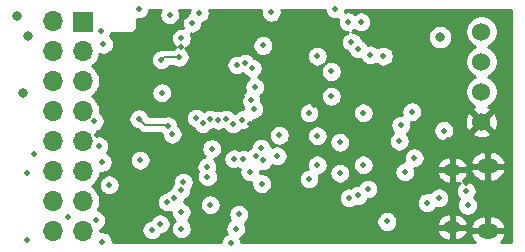
<source format=gbr>
G04 #@! TF.GenerationSoftware,KiCad,Pcbnew,5.1.5+dfsg1-2build2*
G04 #@! TF.CreationDate,2021-08-15T10:11:15+01:00*
G04 #@! TF.ProjectId,picopak,7069636f-7061-46b2-9e6b-696361645f70,rev?*
G04 #@! TF.SameCoordinates,Original*
G04 #@! TF.FileFunction,Copper,L2,Inr*
G04 #@! TF.FilePolarity,Positive*
%FSLAX46Y46*%
G04 Gerber Fmt 4.6, Leading zero omitted, Abs format (unit mm)*
G04 Created by KiCad (PCBNEW 5.1.5+dfsg1-2build2) date 2021-08-15 10:11:15*
%MOMM*%
%LPD*%
G04 APERTURE LIST*
%ADD10C,1.524000*%
%ADD11R,1.700000X1.700000*%
%ADD12O,1.700000X1.700000*%
%ADD13O,1.450000X1.050000*%
%ADD14O,1.800000X1.300000*%
%ADD15C,0.500000*%
%ADD16C,0.800000*%
%ADD17C,0.200000*%
%ADD18C,0.254000*%
G04 APERTURE END LIST*
D10*
X206800000Y-79145000D03*
X206800000Y-76605000D03*
X206800000Y-74065000D03*
X206800000Y-71525000D03*
D11*
X173050000Y-70700000D03*
D12*
X170510000Y-70620000D03*
X173050000Y-73160000D03*
X170510000Y-73160000D03*
X173050000Y-75700000D03*
X170510000Y-75700000D03*
X173050000Y-78240000D03*
X170510000Y-78240000D03*
X173050000Y-80780000D03*
X170510000Y-80780000D03*
X173050000Y-83320000D03*
X170510000Y-83320000D03*
X173050000Y-85860000D03*
X170510000Y-85860000D03*
X173050000Y-88400000D03*
X170510000Y-88400000D03*
D13*
X204320000Y-83225000D03*
X204320000Y-88075000D03*
D14*
X207350000Y-88375000D03*
X207350000Y-82925000D03*
D15*
X205500000Y-85000000D03*
X204000000Y-80700000D03*
X199600000Y-84100000D03*
X189300000Y-84400000D03*
X192300000Y-75400000D03*
X192600000Y-77700000D03*
X190900000Y-72699989D03*
X201250000Y-71200000D03*
X181400000Y-72800003D03*
X177600000Y-88625001D03*
X175691075Y-87529336D03*
X180150000Y-82900000D03*
X205000000Y-72100000D03*
X187223784Y-79329032D03*
X185300000Y-71800000D03*
X181800000Y-70200000D03*
X174249693Y-80279259D03*
X186535835Y-77083472D03*
X205500000Y-84300000D03*
X202200000Y-86000000D03*
X187600000Y-76200000D03*
X187400000Y-74600000D03*
X186100000Y-74349990D03*
X188200000Y-84400000D03*
X189700000Y-80300000D03*
X187750000Y-82023625D03*
X192900000Y-73600000D03*
X181400000Y-72100000D03*
X198500000Y-73600000D03*
X183954047Y-81430282D03*
X192900000Y-82800000D03*
X192900000Y-80345010D03*
X179726556Y-76695626D03*
D16*
X203300000Y-72000000D03*
D15*
X199961091Y-79461091D03*
X200300000Y-83400000D03*
X194800000Y-83500000D03*
X194804990Y-80895010D03*
X177800000Y-78900000D03*
X180267104Y-79500000D03*
X197200000Y-84850000D03*
X205623263Y-86240711D03*
X196350000Y-85400000D03*
X203200000Y-85600000D03*
X188150000Y-81391928D03*
X187292753Y-77350677D03*
X188318185Y-82432487D03*
X187511597Y-78081384D03*
X192200000Y-84000000D03*
X192200000Y-78400000D03*
X196800000Y-78400000D03*
X196800000Y-82800000D03*
X198800000Y-87600000D03*
X199850010Y-80800000D03*
X179600000Y-87800000D03*
X181200001Y-73700000D03*
X179700000Y-73900000D03*
X177900000Y-74200000D03*
D16*
X168400000Y-71900000D03*
D15*
X174800000Y-72600000D03*
X197400000Y-73500000D03*
X196350000Y-73000000D03*
X194100000Y-74900000D03*
X194100000Y-77000000D03*
X203600000Y-79900000D03*
X186800000Y-74200000D03*
X189500000Y-82050000D03*
X200900000Y-78300000D03*
X201100000Y-82200000D03*
X182922988Y-69950000D03*
X188300000Y-72699989D03*
X174400000Y-81200000D03*
D16*
X168000000Y-76700000D03*
X167500000Y-70200000D03*
D15*
X177800000Y-69600000D03*
X174600000Y-71475000D03*
X186000000Y-88200000D03*
X181400000Y-88200000D03*
X181374998Y-86825000D03*
X187200000Y-83385998D03*
X186650000Y-82350002D03*
X186250000Y-87000001D03*
X195800000Y-72400000D03*
X195600000Y-85600000D03*
X196600000Y-70700000D03*
X189000000Y-69900000D03*
X182300000Y-70800000D03*
X186564080Y-79000000D03*
X185781332Y-79315290D03*
X185190616Y-78939714D03*
X184495725Y-79024135D03*
X178900000Y-88325000D03*
X185600000Y-89425000D03*
X185831067Y-82302913D03*
X174007124Y-79125157D03*
X183203215Y-79302710D03*
X183547115Y-82958407D03*
X183605663Y-83794773D03*
X181554999Y-84260001D03*
X181361872Y-84932835D03*
X180800000Y-85600000D03*
X182668011Y-78851535D03*
X180612490Y-80200000D03*
X180193780Y-85950000D03*
X183840711Y-86175000D03*
X183800985Y-78938466D03*
X177900000Y-82400000D03*
X174150000Y-87500000D03*
X170510000Y-80780000D03*
X171800000Y-87200000D03*
X175300000Y-84500000D03*
X174700000Y-89300000D03*
X168300000Y-89200000D03*
X168300000Y-83500000D03*
X174700000Y-82600000D03*
X168900000Y-81900000D03*
X180400000Y-70100000D03*
X194400000Y-69600000D03*
X195504265Y-70689337D03*
D17*
X178300000Y-79400000D02*
X177800000Y-78900000D01*
X180267104Y-79400000D02*
X178300000Y-79400000D01*
X179900000Y-73700000D02*
X179700000Y-73900000D01*
X181200001Y-73700000D02*
X179900000Y-73700000D01*
D18*
G36*
X179615723Y-69680795D02*
G01*
X179549010Y-69841855D01*
X179515000Y-70012835D01*
X179515000Y-70187165D01*
X179549010Y-70358145D01*
X179615723Y-70519205D01*
X179712576Y-70664155D01*
X179835845Y-70787424D01*
X179980795Y-70884277D01*
X180141855Y-70950990D01*
X180312835Y-70985000D01*
X180487165Y-70985000D01*
X180658145Y-70950990D01*
X180819205Y-70884277D01*
X180964155Y-70787424D01*
X181087424Y-70664155D01*
X181184277Y-70519205D01*
X181250990Y-70358145D01*
X181285000Y-70187165D01*
X181285000Y-70012835D01*
X181250990Y-69841855D01*
X181184277Y-69680795D01*
X181170382Y-69660000D01*
X182085193Y-69660000D01*
X182071998Y-69691855D01*
X182037988Y-69862835D01*
X182037988Y-69950612D01*
X181880795Y-70015723D01*
X181735845Y-70112576D01*
X181612576Y-70235845D01*
X181515723Y-70380795D01*
X181449010Y-70541855D01*
X181415000Y-70712835D01*
X181415000Y-70887165D01*
X181449010Y-71058145D01*
X181515723Y-71219205D01*
X181516860Y-71220907D01*
X181487165Y-71215000D01*
X181312835Y-71215000D01*
X181141855Y-71249010D01*
X180980795Y-71315723D01*
X180835845Y-71412576D01*
X180712576Y-71535845D01*
X180615723Y-71680795D01*
X180549010Y-71841855D01*
X180515000Y-72012835D01*
X180515000Y-72187165D01*
X180549010Y-72358145D01*
X180615723Y-72519205D01*
X180712576Y-72664155D01*
X180835845Y-72787424D01*
X180933311Y-72852549D01*
X180780796Y-72915723D01*
X180707048Y-72965000D01*
X179936105Y-72965000D01*
X179900000Y-72961444D01*
X179863895Y-72965000D01*
X179755915Y-72975635D01*
X179626146Y-73015000D01*
X179612835Y-73015000D01*
X179441855Y-73049010D01*
X179280795Y-73115723D01*
X179135845Y-73212576D01*
X179012576Y-73335845D01*
X178915723Y-73480795D01*
X178849010Y-73641855D01*
X178815000Y-73812835D01*
X178815000Y-73987165D01*
X178849010Y-74158145D01*
X178915723Y-74319205D01*
X179012576Y-74464155D01*
X179135845Y-74587424D01*
X179280795Y-74684277D01*
X179441855Y-74750990D01*
X179612835Y-74785000D01*
X179787165Y-74785000D01*
X179958145Y-74750990D01*
X180119205Y-74684277D01*
X180264155Y-74587424D01*
X180387424Y-74464155D01*
X180406905Y-74435000D01*
X180707048Y-74435000D01*
X180780796Y-74484277D01*
X180941856Y-74550990D01*
X181112836Y-74585000D01*
X181287166Y-74585000D01*
X181458146Y-74550990D01*
X181619206Y-74484277D01*
X181764156Y-74387424D01*
X181887425Y-74264155D01*
X181984278Y-74119205D01*
X182050991Y-73958145D01*
X182085001Y-73787165D01*
X182085001Y-73612835D01*
X182050991Y-73441855D01*
X181984278Y-73280795D01*
X181887425Y-73135845D01*
X181764156Y-73012576D01*
X181666690Y-72947451D01*
X181819205Y-72884277D01*
X181964155Y-72787424D01*
X182087424Y-72664155D01*
X182121722Y-72612824D01*
X187415000Y-72612824D01*
X187415000Y-72787154D01*
X187449010Y-72958134D01*
X187515723Y-73119194D01*
X187612576Y-73264144D01*
X187735845Y-73387413D01*
X187880795Y-73484266D01*
X188041855Y-73550979D01*
X188212835Y-73584989D01*
X188387165Y-73584989D01*
X188558145Y-73550979D01*
X188650233Y-73512835D01*
X192015000Y-73512835D01*
X192015000Y-73687165D01*
X192049010Y-73858145D01*
X192115723Y-74019205D01*
X192212576Y-74164155D01*
X192335845Y-74287424D01*
X192480795Y-74384277D01*
X192641855Y-74450990D01*
X192812835Y-74485000D01*
X192987165Y-74485000D01*
X193158145Y-74450990D01*
X193319205Y-74384277D01*
X193454638Y-74293783D01*
X193412576Y-74335845D01*
X193315723Y-74480795D01*
X193249010Y-74641855D01*
X193215000Y-74812835D01*
X193215000Y-74987165D01*
X193249010Y-75158145D01*
X193315723Y-75319205D01*
X193412576Y-75464155D01*
X193535845Y-75587424D01*
X193680795Y-75684277D01*
X193841855Y-75750990D01*
X194012835Y-75785000D01*
X194187165Y-75785000D01*
X194358145Y-75750990D01*
X194519205Y-75684277D01*
X194664155Y-75587424D01*
X194787424Y-75464155D01*
X194884277Y-75319205D01*
X194950990Y-75158145D01*
X194985000Y-74987165D01*
X194985000Y-74812835D01*
X194950990Y-74641855D01*
X194884277Y-74480795D01*
X194787424Y-74335845D01*
X194664155Y-74212576D01*
X194519205Y-74115723D01*
X194358145Y-74049010D01*
X194187165Y-74015000D01*
X194012835Y-74015000D01*
X193841855Y-74049010D01*
X193680795Y-74115723D01*
X193545362Y-74206217D01*
X193587424Y-74164155D01*
X193684277Y-74019205D01*
X193750990Y-73858145D01*
X193785000Y-73687165D01*
X193785000Y-73512835D01*
X193750990Y-73341855D01*
X193684277Y-73180795D01*
X193587424Y-73035845D01*
X193464155Y-72912576D01*
X193319205Y-72815723D01*
X193158145Y-72749010D01*
X192987165Y-72715000D01*
X192812835Y-72715000D01*
X192641855Y-72749010D01*
X192480795Y-72815723D01*
X192335845Y-72912576D01*
X192212576Y-73035845D01*
X192115723Y-73180795D01*
X192049010Y-73341855D01*
X192015000Y-73512835D01*
X188650233Y-73512835D01*
X188719205Y-73484266D01*
X188864155Y-73387413D01*
X188987424Y-73264144D01*
X189084277Y-73119194D01*
X189150990Y-72958134D01*
X189185000Y-72787154D01*
X189185000Y-72612824D01*
X189150990Y-72441844D01*
X189084277Y-72280784D01*
X188987424Y-72135834D01*
X188864155Y-72012565D01*
X188719205Y-71915712D01*
X188558145Y-71848999D01*
X188387165Y-71814989D01*
X188212835Y-71814989D01*
X188041855Y-71848999D01*
X187880795Y-71915712D01*
X187735845Y-72012565D01*
X187612576Y-72135834D01*
X187515723Y-72280784D01*
X187449010Y-72441844D01*
X187415000Y-72612824D01*
X182121722Y-72612824D01*
X182184277Y-72519205D01*
X182250990Y-72358145D01*
X182285000Y-72187165D01*
X182285000Y-72012835D01*
X182250990Y-71841855D01*
X182184277Y-71680795D01*
X182183140Y-71679093D01*
X182212835Y-71685000D01*
X182387165Y-71685000D01*
X182558145Y-71650990D01*
X182719205Y-71584277D01*
X182864155Y-71487424D01*
X182987424Y-71364155D01*
X183084277Y-71219205D01*
X183150990Y-71058145D01*
X183185000Y-70887165D01*
X183185000Y-70799388D01*
X183342193Y-70734277D01*
X183487143Y-70637424D01*
X183610412Y-70514155D01*
X183707265Y-70369205D01*
X183773978Y-70208145D01*
X183807988Y-70037165D01*
X183807988Y-69862835D01*
X183773978Y-69691855D01*
X183760783Y-69660000D01*
X188145401Y-69660000D01*
X188115000Y-69812835D01*
X188115000Y-69987165D01*
X188149010Y-70158145D01*
X188215723Y-70319205D01*
X188312576Y-70464155D01*
X188435845Y-70587424D01*
X188580795Y-70684277D01*
X188741855Y-70750990D01*
X188912835Y-70785000D01*
X189087165Y-70785000D01*
X189258145Y-70750990D01*
X189419205Y-70684277D01*
X189564155Y-70587424D01*
X189687424Y-70464155D01*
X189784277Y-70319205D01*
X189850990Y-70158145D01*
X189885000Y-69987165D01*
X189885000Y-69812835D01*
X189854599Y-69660000D01*
X193515000Y-69660000D01*
X193515000Y-69687165D01*
X193549010Y-69858145D01*
X193615723Y-70019205D01*
X193712576Y-70164155D01*
X193835845Y-70287424D01*
X193980795Y-70384277D01*
X194141855Y-70450990D01*
X194312835Y-70485000D01*
X194487165Y-70485000D01*
X194648974Y-70452814D01*
X194619265Y-70602172D01*
X194619265Y-70776502D01*
X194653275Y-70947482D01*
X194719988Y-71108542D01*
X194816841Y-71253492D01*
X194940110Y-71376761D01*
X195085060Y-71473614D01*
X195246120Y-71540327D01*
X195417100Y-71574337D01*
X195480710Y-71574337D01*
X195380795Y-71615723D01*
X195235845Y-71712576D01*
X195112576Y-71835845D01*
X195015723Y-71980795D01*
X194949010Y-72141855D01*
X194915000Y-72312835D01*
X194915000Y-72487165D01*
X194949010Y-72658145D01*
X195015723Y-72819205D01*
X195112576Y-72964155D01*
X195235845Y-73087424D01*
X195380795Y-73184277D01*
X195493612Y-73231007D01*
X195499010Y-73258145D01*
X195565723Y-73419205D01*
X195662576Y-73564155D01*
X195785845Y-73687424D01*
X195930795Y-73784277D01*
X196091855Y-73850990D01*
X196262835Y-73885000D01*
X196437165Y-73885000D01*
X196589041Y-73854790D01*
X196615723Y-73919205D01*
X196712576Y-74064155D01*
X196835845Y-74187424D01*
X196980795Y-74284277D01*
X197141855Y-74350990D01*
X197312835Y-74385000D01*
X197487165Y-74385000D01*
X197658145Y-74350990D01*
X197819205Y-74284277D01*
X197887239Y-74238818D01*
X197935845Y-74287424D01*
X198080795Y-74384277D01*
X198241855Y-74450990D01*
X198412835Y-74485000D01*
X198587165Y-74485000D01*
X198758145Y-74450990D01*
X198919205Y-74384277D01*
X199064155Y-74287424D01*
X199187424Y-74164155D01*
X199284277Y-74019205D01*
X199350990Y-73858145D01*
X199385000Y-73687165D01*
X199385000Y-73512835D01*
X199350990Y-73341855D01*
X199284277Y-73180795D01*
X199187424Y-73035845D01*
X199064155Y-72912576D01*
X198919205Y-72815723D01*
X198758145Y-72749010D01*
X198587165Y-72715000D01*
X198412835Y-72715000D01*
X198241855Y-72749010D01*
X198080795Y-72815723D01*
X198012761Y-72861182D01*
X197964155Y-72812576D01*
X197819205Y-72715723D01*
X197658145Y-72649010D01*
X197487165Y-72615000D01*
X197312835Y-72615000D01*
X197160959Y-72645210D01*
X197134277Y-72580795D01*
X197037424Y-72435845D01*
X196914155Y-72312576D01*
X196769205Y-72215723D01*
X196656388Y-72168993D01*
X196650990Y-72141855D01*
X196584277Y-71980795D01*
X196528996Y-71898061D01*
X202265000Y-71898061D01*
X202265000Y-72101939D01*
X202304774Y-72301898D01*
X202382795Y-72490256D01*
X202496063Y-72659774D01*
X202640226Y-72803937D01*
X202809744Y-72917205D01*
X202998102Y-72995226D01*
X203198061Y-73035000D01*
X203401939Y-73035000D01*
X203601898Y-72995226D01*
X203790256Y-72917205D01*
X203959774Y-72803937D01*
X204103937Y-72659774D01*
X204217205Y-72490256D01*
X204295226Y-72301898D01*
X204335000Y-72101939D01*
X204335000Y-71898061D01*
X204295226Y-71698102D01*
X204217205Y-71509744D01*
X204135463Y-71387408D01*
X205403000Y-71387408D01*
X205403000Y-71662592D01*
X205456686Y-71932490D01*
X205561995Y-72186727D01*
X205714880Y-72415535D01*
X205909465Y-72610120D01*
X206138273Y-72763005D01*
X206215515Y-72795000D01*
X206138273Y-72826995D01*
X205909465Y-72979880D01*
X205714880Y-73174465D01*
X205561995Y-73403273D01*
X205456686Y-73657510D01*
X205403000Y-73927408D01*
X205403000Y-74202592D01*
X205456686Y-74472490D01*
X205561995Y-74726727D01*
X205714880Y-74955535D01*
X205909465Y-75150120D01*
X206138273Y-75303005D01*
X206215515Y-75335000D01*
X206138273Y-75366995D01*
X205909465Y-75519880D01*
X205714880Y-75714465D01*
X205561995Y-75943273D01*
X205456686Y-76197510D01*
X205403000Y-76467408D01*
X205403000Y-76742592D01*
X205456686Y-77012490D01*
X205561995Y-77266727D01*
X205714880Y-77495535D01*
X205909465Y-77690120D01*
X206138273Y-77843005D01*
X206209943Y-77872692D01*
X206196977Y-77877364D01*
X206081020Y-77939344D01*
X206014040Y-78179435D01*
X206800000Y-78965395D01*
X207585960Y-78179435D01*
X207518980Y-77939344D01*
X207383240Y-77875515D01*
X207461727Y-77843005D01*
X207690535Y-77690120D01*
X207885120Y-77495535D01*
X208038005Y-77266727D01*
X208143314Y-77012490D01*
X208197000Y-76742592D01*
X208197000Y-76467408D01*
X208143314Y-76197510D01*
X208038005Y-75943273D01*
X207885120Y-75714465D01*
X207690535Y-75519880D01*
X207461727Y-75366995D01*
X207384485Y-75335000D01*
X207461727Y-75303005D01*
X207690535Y-75150120D01*
X207885120Y-74955535D01*
X208038005Y-74726727D01*
X208143314Y-74472490D01*
X208197000Y-74202592D01*
X208197000Y-73927408D01*
X208143314Y-73657510D01*
X208038005Y-73403273D01*
X207885120Y-73174465D01*
X207690535Y-72979880D01*
X207461727Y-72826995D01*
X207384485Y-72795000D01*
X207461727Y-72763005D01*
X207690535Y-72610120D01*
X207885120Y-72415535D01*
X208038005Y-72186727D01*
X208143314Y-71932490D01*
X208197000Y-71662592D01*
X208197000Y-71387408D01*
X208143314Y-71117510D01*
X208038005Y-70863273D01*
X207885120Y-70634465D01*
X207690535Y-70439880D01*
X207461727Y-70286995D01*
X207207490Y-70181686D01*
X206937592Y-70128000D01*
X206662408Y-70128000D01*
X206392510Y-70181686D01*
X206138273Y-70286995D01*
X205909465Y-70439880D01*
X205714880Y-70634465D01*
X205561995Y-70863273D01*
X205456686Y-71117510D01*
X205403000Y-71387408D01*
X204135463Y-71387408D01*
X204103937Y-71340226D01*
X203959774Y-71196063D01*
X203790256Y-71082795D01*
X203601898Y-71004774D01*
X203401939Y-70965000D01*
X203198061Y-70965000D01*
X202998102Y-71004774D01*
X202809744Y-71082795D01*
X202640226Y-71196063D01*
X202496063Y-71340226D01*
X202382795Y-71509744D01*
X202304774Y-71698102D01*
X202265000Y-71898061D01*
X196528996Y-71898061D01*
X196487424Y-71835845D01*
X196364155Y-71712576D01*
X196219205Y-71615723D01*
X196058145Y-71549010D01*
X195887165Y-71515000D01*
X195823555Y-71515000D01*
X195923470Y-71473614D01*
X196044153Y-71392976D01*
X196180795Y-71484277D01*
X196341855Y-71550990D01*
X196512835Y-71585000D01*
X196687165Y-71585000D01*
X196858145Y-71550990D01*
X197019205Y-71484277D01*
X197164155Y-71387424D01*
X197287424Y-71264155D01*
X197384277Y-71119205D01*
X197450990Y-70958145D01*
X197485000Y-70787165D01*
X197485000Y-70612835D01*
X197450990Y-70441855D01*
X197384277Y-70280795D01*
X197287424Y-70135845D01*
X197164155Y-70012576D01*
X197019205Y-69915723D01*
X196858145Y-69849010D01*
X196687165Y-69815000D01*
X196512835Y-69815000D01*
X196341855Y-69849010D01*
X196180795Y-69915723D01*
X196060112Y-69996361D01*
X195923470Y-69905060D01*
X195762410Y-69838347D01*
X195591430Y-69804337D01*
X195417100Y-69804337D01*
X195255291Y-69836523D01*
X195285000Y-69687165D01*
X195285000Y-69660000D01*
X209340000Y-69660000D01*
X209340000Y-70032418D01*
X209340001Y-70032428D01*
X209340000Y-89340000D01*
X208457581Y-89340000D01*
X208572191Y-89233375D01*
X208720971Y-89027217D01*
X208826673Y-88795994D01*
X208843099Y-88700471D01*
X208719067Y-88502000D01*
X207477000Y-88502000D01*
X207477000Y-88522000D01*
X207223000Y-88522000D01*
X207223000Y-88502000D01*
X205980933Y-88502000D01*
X205856901Y-88700471D01*
X205873327Y-88795994D01*
X205979029Y-89027217D01*
X206127809Y-89233375D01*
X206242419Y-89340000D01*
X186485000Y-89340000D01*
X186485000Y-89337835D01*
X186450990Y-89166855D01*
X186384277Y-89005795D01*
X186380587Y-89000273D01*
X186419205Y-88984277D01*
X186564155Y-88887424D01*
X186687424Y-88764155D01*
X186784277Y-88619205D01*
X186850990Y-88458145D01*
X186885000Y-88287165D01*
X186885000Y-88112835D01*
X186850990Y-87941855D01*
X186784277Y-87780795D01*
X186750368Y-87730046D01*
X186814155Y-87687425D01*
X186937424Y-87564156D01*
X186971715Y-87512835D01*
X197915000Y-87512835D01*
X197915000Y-87687165D01*
X197949010Y-87858145D01*
X198015723Y-88019205D01*
X198112576Y-88164155D01*
X198235845Y-88287424D01*
X198380795Y-88384277D01*
X198541855Y-88450990D01*
X198712835Y-88485000D01*
X198887165Y-88485000D01*
X199058145Y-88450990D01*
X199219205Y-88384277D01*
X199224393Y-88380810D01*
X203001036Y-88380810D01*
X203005216Y-88417711D01*
X203093496Y-88628609D01*
X203221224Y-88818232D01*
X203383491Y-88979294D01*
X203574062Y-89105604D01*
X203785613Y-89192308D01*
X204010014Y-89236075D01*
X204193000Y-89080236D01*
X204193000Y-88202000D01*
X204447000Y-88202000D01*
X204447000Y-89080236D01*
X204629986Y-89236075D01*
X204854387Y-89192308D01*
X205065938Y-89105604D01*
X205256509Y-88979294D01*
X205418776Y-88818232D01*
X205546504Y-88628609D01*
X205634784Y-88417711D01*
X205638964Y-88380810D01*
X205513163Y-88202000D01*
X204447000Y-88202000D01*
X204193000Y-88202000D01*
X203126837Y-88202000D01*
X203001036Y-88380810D01*
X199224393Y-88380810D01*
X199364155Y-88287424D01*
X199487424Y-88164155D01*
X199564015Y-88049529D01*
X205856901Y-88049529D01*
X205980933Y-88248000D01*
X207223000Y-88248000D01*
X207223000Y-87242691D01*
X207477000Y-87242691D01*
X207477000Y-88248000D01*
X208719067Y-88248000D01*
X208843099Y-88049529D01*
X208826673Y-87954006D01*
X208720971Y-87722783D01*
X208572191Y-87516625D01*
X208386050Y-87343453D01*
X208169701Y-87209923D01*
X207931459Y-87121167D01*
X207680480Y-87080595D01*
X207477000Y-87242691D01*
X207223000Y-87242691D01*
X207019520Y-87080595D01*
X206768541Y-87121167D01*
X206530299Y-87209923D01*
X206313950Y-87343453D01*
X206127809Y-87516625D01*
X205979029Y-87722783D01*
X205873327Y-87954006D01*
X205856901Y-88049529D01*
X199564015Y-88049529D01*
X199584277Y-88019205D01*
X199650990Y-87858145D01*
X199668684Y-87769190D01*
X203001036Y-87769190D01*
X203126837Y-87948000D01*
X204193000Y-87948000D01*
X204193000Y-87069764D01*
X204447000Y-87069764D01*
X204447000Y-87948000D01*
X205513163Y-87948000D01*
X205638964Y-87769190D01*
X205634784Y-87732289D01*
X205546504Y-87521391D01*
X205418776Y-87331768D01*
X205256509Y-87170706D01*
X205065938Y-87044396D01*
X204854387Y-86957692D01*
X204629986Y-86913925D01*
X204447000Y-87069764D01*
X204193000Y-87069764D01*
X204010014Y-86913925D01*
X203785613Y-86957692D01*
X203574062Y-87044396D01*
X203383491Y-87170706D01*
X203221224Y-87331768D01*
X203093496Y-87521391D01*
X203005216Y-87732289D01*
X203001036Y-87769190D01*
X199668684Y-87769190D01*
X199685000Y-87687165D01*
X199685000Y-87512835D01*
X199650990Y-87341855D01*
X199584277Y-87180795D01*
X199487424Y-87035845D01*
X199364155Y-86912576D01*
X199219205Y-86815723D01*
X199058145Y-86749010D01*
X198887165Y-86715000D01*
X198712835Y-86715000D01*
X198541855Y-86749010D01*
X198380795Y-86815723D01*
X198235845Y-86912576D01*
X198112576Y-87035845D01*
X198015723Y-87180795D01*
X197949010Y-87341855D01*
X197915000Y-87512835D01*
X186971715Y-87512835D01*
X187034277Y-87419206D01*
X187100990Y-87258146D01*
X187135000Y-87087166D01*
X187135000Y-86912836D01*
X187100990Y-86741856D01*
X187034277Y-86580796D01*
X186937424Y-86435846D01*
X186814155Y-86312577D01*
X186669205Y-86215724D01*
X186508145Y-86149011D01*
X186337165Y-86115001D01*
X186162835Y-86115001D01*
X185991855Y-86149011D01*
X185830795Y-86215724D01*
X185685845Y-86312577D01*
X185562576Y-86435846D01*
X185465723Y-86580796D01*
X185399010Y-86741856D01*
X185365000Y-86912836D01*
X185365000Y-87087166D01*
X185399010Y-87258146D01*
X185465723Y-87419206D01*
X185499632Y-87469955D01*
X185435845Y-87512576D01*
X185312576Y-87635845D01*
X185215723Y-87780795D01*
X185149010Y-87941855D01*
X185115000Y-88112835D01*
X185115000Y-88287165D01*
X185149010Y-88458145D01*
X185215723Y-88619205D01*
X185219413Y-88624727D01*
X185180795Y-88640723D01*
X185035845Y-88737576D01*
X184912576Y-88860845D01*
X184815723Y-89005795D01*
X184749010Y-89166855D01*
X184715000Y-89337835D01*
X184715000Y-89340000D01*
X175585000Y-89340000D01*
X175585000Y-89212835D01*
X175550990Y-89041855D01*
X175484277Y-88880795D01*
X175387424Y-88735845D01*
X175264155Y-88612576D01*
X175119205Y-88515723D01*
X174958145Y-88449010D01*
X174787165Y-88415000D01*
X174612835Y-88415000D01*
X174535000Y-88430482D01*
X174535000Y-88298445D01*
X174569205Y-88284277D01*
X174638710Y-88237835D01*
X178015000Y-88237835D01*
X178015000Y-88412165D01*
X178049010Y-88583145D01*
X178115723Y-88744205D01*
X178212576Y-88889155D01*
X178335845Y-89012424D01*
X178480795Y-89109277D01*
X178641855Y-89175990D01*
X178812835Y-89210000D01*
X178987165Y-89210000D01*
X179158145Y-89175990D01*
X179319205Y-89109277D01*
X179464155Y-89012424D01*
X179587424Y-88889155D01*
X179684277Y-88744205D01*
X179710743Y-88680310D01*
X179858145Y-88650990D01*
X180019205Y-88584277D01*
X180164155Y-88487424D01*
X180287424Y-88364155D01*
X180384277Y-88219205D01*
X180450990Y-88058145D01*
X180485000Y-87887165D01*
X180485000Y-87712835D01*
X180450990Y-87541855D01*
X180384277Y-87380795D01*
X180287424Y-87235845D01*
X180164155Y-87112576D01*
X180019205Y-87015723D01*
X179858145Y-86949010D01*
X179687165Y-86915000D01*
X179512835Y-86915000D01*
X179341855Y-86949010D01*
X179180795Y-87015723D01*
X179035845Y-87112576D01*
X178912576Y-87235845D01*
X178815723Y-87380795D01*
X178789257Y-87444690D01*
X178641855Y-87474010D01*
X178480795Y-87540723D01*
X178335845Y-87637576D01*
X178212576Y-87760845D01*
X178115723Y-87905795D01*
X178049010Y-88066855D01*
X178015000Y-88237835D01*
X174638710Y-88237835D01*
X174714155Y-88187424D01*
X174837424Y-88064155D01*
X174934277Y-87919205D01*
X175000990Y-87758145D01*
X175035000Y-87587165D01*
X175035000Y-87412835D01*
X175000990Y-87241855D01*
X174934277Y-87080795D01*
X174837424Y-86935845D01*
X174714155Y-86812576D01*
X174569205Y-86715723D01*
X174408145Y-86649010D01*
X174320450Y-86631566D01*
X174365990Y-86563411D01*
X174477932Y-86293158D01*
X174535000Y-86006260D01*
X174535000Y-85862835D01*
X179308780Y-85862835D01*
X179308780Y-86037165D01*
X179342790Y-86208145D01*
X179409503Y-86369205D01*
X179506356Y-86514155D01*
X179629625Y-86637424D01*
X179774575Y-86734277D01*
X179935635Y-86800990D01*
X180106615Y-86835000D01*
X180280945Y-86835000D01*
X180451925Y-86800990D01*
X180489998Y-86785220D01*
X180489998Y-86912165D01*
X180524008Y-87083145D01*
X180590721Y-87244205D01*
X180687574Y-87389155D01*
X180810843Y-87512424D01*
X180825922Y-87522499D01*
X180712576Y-87635845D01*
X180615723Y-87780795D01*
X180549010Y-87941855D01*
X180515000Y-88112835D01*
X180515000Y-88287165D01*
X180549010Y-88458145D01*
X180615723Y-88619205D01*
X180712576Y-88764155D01*
X180835845Y-88887424D01*
X180980795Y-88984277D01*
X181141855Y-89050990D01*
X181312835Y-89085000D01*
X181487165Y-89085000D01*
X181658145Y-89050990D01*
X181819205Y-88984277D01*
X181964155Y-88887424D01*
X182087424Y-88764155D01*
X182184277Y-88619205D01*
X182250990Y-88458145D01*
X182285000Y-88287165D01*
X182285000Y-88112835D01*
X182250990Y-87941855D01*
X182184277Y-87780795D01*
X182087424Y-87635845D01*
X181964155Y-87512576D01*
X181949076Y-87502501D01*
X182062422Y-87389155D01*
X182159275Y-87244205D01*
X182225988Y-87083145D01*
X182259998Y-86912165D01*
X182259998Y-86737835D01*
X182225988Y-86566855D01*
X182159275Y-86405795D01*
X182062422Y-86260845D01*
X181939153Y-86137576D01*
X181864711Y-86087835D01*
X182955711Y-86087835D01*
X182955711Y-86262165D01*
X182989721Y-86433145D01*
X183056434Y-86594205D01*
X183153287Y-86739155D01*
X183276556Y-86862424D01*
X183421506Y-86959277D01*
X183582566Y-87025990D01*
X183753546Y-87060000D01*
X183927876Y-87060000D01*
X184098856Y-87025990D01*
X184259916Y-86959277D01*
X184404866Y-86862424D01*
X184528135Y-86739155D01*
X184624988Y-86594205D01*
X184691701Y-86433145D01*
X184725711Y-86262165D01*
X184725711Y-86087835D01*
X184691701Y-85916855D01*
X184624988Y-85755795D01*
X184528135Y-85610845D01*
X184430125Y-85512835D01*
X194715000Y-85512835D01*
X194715000Y-85687165D01*
X194749010Y-85858145D01*
X194815723Y-86019205D01*
X194912576Y-86164155D01*
X195035845Y-86287424D01*
X195180795Y-86384277D01*
X195341855Y-86450990D01*
X195512835Y-86485000D01*
X195687165Y-86485000D01*
X195858145Y-86450990D01*
X196019205Y-86384277D01*
X196164155Y-86287424D01*
X196182549Y-86269030D01*
X196262835Y-86285000D01*
X196437165Y-86285000D01*
X196608145Y-86250990D01*
X196769205Y-86184277D01*
X196914155Y-86087424D01*
X197037424Y-85964155D01*
X197071715Y-85912835D01*
X201315000Y-85912835D01*
X201315000Y-86087165D01*
X201349010Y-86258145D01*
X201415723Y-86419205D01*
X201512576Y-86564155D01*
X201635845Y-86687424D01*
X201780795Y-86784277D01*
X201941855Y-86850990D01*
X202112835Y-86885000D01*
X202287165Y-86885000D01*
X202458145Y-86850990D01*
X202619205Y-86784277D01*
X202764155Y-86687424D01*
X202887424Y-86564155D01*
X202960554Y-86454709D01*
X203112835Y-86485000D01*
X203287165Y-86485000D01*
X203458145Y-86450990D01*
X203619205Y-86384277D01*
X203764155Y-86287424D01*
X203887424Y-86164155D01*
X203984277Y-86019205D01*
X204050990Y-85858145D01*
X204085000Y-85687165D01*
X204085000Y-85512835D01*
X204050990Y-85341855D01*
X203984277Y-85180795D01*
X203887424Y-85035845D01*
X203764155Y-84912576D01*
X203619205Y-84815723D01*
X203458145Y-84749010D01*
X203287165Y-84715000D01*
X203112835Y-84715000D01*
X202941855Y-84749010D01*
X202780795Y-84815723D01*
X202635845Y-84912576D01*
X202512576Y-85035845D01*
X202439446Y-85145291D01*
X202287165Y-85115000D01*
X202112835Y-85115000D01*
X201941855Y-85149010D01*
X201780795Y-85215723D01*
X201635845Y-85312576D01*
X201512576Y-85435845D01*
X201415723Y-85580795D01*
X201349010Y-85741855D01*
X201315000Y-85912835D01*
X197071715Y-85912835D01*
X197134277Y-85819205D01*
X197169156Y-85735000D01*
X197287165Y-85735000D01*
X197458145Y-85700990D01*
X197619205Y-85634277D01*
X197764155Y-85537424D01*
X197887424Y-85414155D01*
X197984277Y-85269205D01*
X198050990Y-85108145D01*
X198085000Y-84937165D01*
X198085000Y-84762835D01*
X198050990Y-84591855D01*
X197984277Y-84430795D01*
X197887424Y-84285845D01*
X197764155Y-84162576D01*
X197619205Y-84065723D01*
X197458145Y-83999010D01*
X197287165Y-83965000D01*
X197112835Y-83965000D01*
X196941855Y-83999010D01*
X196780795Y-84065723D01*
X196635845Y-84162576D01*
X196512576Y-84285845D01*
X196415723Y-84430795D01*
X196380844Y-84515000D01*
X196262835Y-84515000D01*
X196091855Y-84549010D01*
X195930795Y-84615723D01*
X195785845Y-84712576D01*
X195767451Y-84730970D01*
X195687165Y-84715000D01*
X195512835Y-84715000D01*
X195341855Y-84749010D01*
X195180795Y-84815723D01*
X195035845Y-84912576D01*
X194912576Y-85035845D01*
X194815723Y-85180795D01*
X194749010Y-85341855D01*
X194715000Y-85512835D01*
X184430125Y-85512835D01*
X184404866Y-85487576D01*
X184259916Y-85390723D01*
X184098856Y-85324010D01*
X183927876Y-85290000D01*
X183753546Y-85290000D01*
X183582566Y-85324010D01*
X183421506Y-85390723D01*
X183276556Y-85487576D01*
X183153287Y-85610845D01*
X183056434Y-85755795D01*
X182989721Y-85916855D01*
X182955711Y-86087835D01*
X181864711Y-86087835D01*
X181794203Y-86040723D01*
X181633143Y-85974010D01*
X181605292Y-85968470D01*
X181650990Y-85858145D01*
X181669882Y-85763170D01*
X181781077Y-85717112D01*
X181926027Y-85620259D01*
X182049296Y-85496990D01*
X182146149Y-85352040D01*
X182212862Y-85190980D01*
X182246872Y-85020000D01*
X182246872Y-84845670D01*
X182242554Y-84823960D01*
X182339276Y-84679206D01*
X182405989Y-84518146D01*
X182439999Y-84347166D01*
X182439999Y-84172836D01*
X182405989Y-84001856D01*
X182339276Y-83840796D01*
X182242423Y-83695846D01*
X182119154Y-83572577D01*
X181974204Y-83475724D01*
X181813144Y-83409011D01*
X181642164Y-83375001D01*
X181467834Y-83375001D01*
X181296854Y-83409011D01*
X181135794Y-83475724D01*
X180990844Y-83572577D01*
X180867575Y-83695846D01*
X180770722Y-83840796D01*
X180704009Y-84001856D01*
X180669999Y-84172836D01*
X180669999Y-84347166D01*
X180674317Y-84368876D01*
X180577595Y-84513630D01*
X180510882Y-84674690D01*
X180491990Y-84769665D01*
X180380795Y-84815723D01*
X180235845Y-84912576D01*
X180112576Y-85035845D01*
X180091023Y-85068101D01*
X179935635Y-85099010D01*
X179774575Y-85165723D01*
X179629625Y-85262576D01*
X179506356Y-85385845D01*
X179409503Y-85530795D01*
X179342790Y-85691855D01*
X179308780Y-85862835D01*
X174535000Y-85862835D01*
X174535000Y-85713740D01*
X174477932Y-85426842D01*
X174365990Y-85156589D01*
X174203475Y-84913368D01*
X173996632Y-84706525D01*
X173822240Y-84590000D01*
X173996632Y-84473475D01*
X174057272Y-84412835D01*
X174415000Y-84412835D01*
X174415000Y-84587165D01*
X174449010Y-84758145D01*
X174515723Y-84919205D01*
X174612576Y-85064155D01*
X174735845Y-85187424D01*
X174880795Y-85284277D01*
X175041855Y-85350990D01*
X175212835Y-85385000D01*
X175387165Y-85385000D01*
X175558145Y-85350990D01*
X175719205Y-85284277D01*
X175864155Y-85187424D01*
X175987424Y-85064155D01*
X176084277Y-84919205D01*
X176150990Y-84758145D01*
X176185000Y-84587165D01*
X176185000Y-84412835D01*
X176150990Y-84241855D01*
X176084277Y-84080795D01*
X175987424Y-83935845D01*
X175864155Y-83812576D01*
X175719205Y-83715723D01*
X175558145Y-83649010D01*
X175387165Y-83615000D01*
X175212835Y-83615000D01*
X175041855Y-83649010D01*
X174880795Y-83715723D01*
X174735845Y-83812576D01*
X174612576Y-83935845D01*
X174515723Y-84080795D01*
X174449010Y-84241855D01*
X174415000Y-84412835D01*
X174057272Y-84412835D01*
X174203475Y-84266632D01*
X174365990Y-84023411D01*
X174477932Y-83753158D01*
X174534377Y-83469394D01*
X174612835Y-83485000D01*
X174787165Y-83485000D01*
X174958145Y-83450990D01*
X175119205Y-83384277D01*
X175264155Y-83287424D01*
X175387424Y-83164155D01*
X175484277Y-83019205D01*
X175550990Y-82858145D01*
X175585000Y-82687165D01*
X175585000Y-82512835D01*
X175550990Y-82341855D01*
X175538970Y-82312835D01*
X177015000Y-82312835D01*
X177015000Y-82487165D01*
X177049010Y-82658145D01*
X177115723Y-82819205D01*
X177212576Y-82964155D01*
X177335845Y-83087424D01*
X177480795Y-83184277D01*
X177641855Y-83250990D01*
X177812835Y-83285000D01*
X177987165Y-83285000D01*
X178158145Y-83250990D01*
X178319205Y-83184277D01*
X178464155Y-83087424D01*
X178587424Y-82964155D01*
X178649506Y-82871242D01*
X182662115Y-82871242D01*
X182662115Y-83045572D01*
X182696125Y-83216552D01*
X182762838Y-83377612D01*
X182798458Y-83430921D01*
X182754673Y-83536628D01*
X182720663Y-83707608D01*
X182720663Y-83881938D01*
X182754673Y-84052918D01*
X182821386Y-84213978D01*
X182918239Y-84358928D01*
X183041508Y-84482197D01*
X183186458Y-84579050D01*
X183347518Y-84645763D01*
X183518498Y-84679773D01*
X183692828Y-84679773D01*
X183863808Y-84645763D01*
X184024868Y-84579050D01*
X184169818Y-84482197D01*
X184293087Y-84358928D01*
X184389940Y-84213978D01*
X184456653Y-84052918D01*
X184490663Y-83881938D01*
X184490663Y-83707608D01*
X184456653Y-83536628D01*
X184389940Y-83375568D01*
X184354320Y-83322259D01*
X184398105Y-83216552D01*
X184432115Y-83045572D01*
X184432115Y-82871242D01*
X184398105Y-82700262D01*
X184331392Y-82539202D01*
X184234539Y-82394252D01*
X184136596Y-82296309D01*
X184212192Y-82281272D01*
X184370381Y-82215748D01*
X184946067Y-82215748D01*
X184946067Y-82390078D01*
X184980077Y-82561058D01*
X185046790Y-82722118D01*
X185143643Y-82867068D01*
X185266912Y-82990337D01*
X185411862Y-83087190D01*
X185572922Y-83153903D01*
X185743902Y-83187913D01*
X185918232Y-83187913D01*
X186089212Y-83153903D01*
X186194744Y-83110190D01*
X186230795Y-83134279D01*
X186338831Y-83179029D01*
X186315000Y-83298833D01*
X186315000Y-83473163D01*
X186349010Y-83644143D01*
X186415723Y-83805203D01*
X186512576Y-83950153D01*
X186635845Y-84073422D01*
X186780795Y-84170275D01*
X186941855Y-84236988D01*
X187112835Y-84270998D01*
X187287165Y-84270998D01*
X187324811Y-84263510D01*
X187315000Y-84312835D01*
X187315000Y-84487165D01*
X187349010Y-84658145D01*
X187415723Y-84819205D01*
X187512576Y-84964155D01*
X187635845Y-85087424D01*
X187780795Y-85184277D01*
X187941855Y-85250990D01*
X188112835Y-85285000D01*
X188287165Y-85285000D01*
X188458145Y-85250990D01*
X188619205Y-85184277D01*
X188764155Y-85087424D01*
X188887424Y-84964155D01*
X188984277Y-84819205D01*
X189050990Y-84658145D01*
X189085000Y-84487165D01*
X189085000Y-84312835D01*
X189050990Y-84141855D01*
X188984277Y-83980795D01*
X188938868Y-83912835D01*
X191315000Y-83912835D01*
X191315000Y-84087165D01*
X191349010Y-84258145D01*
X191415723Y-84419205D01*
X191512576Y-84564155D01*
X191635845Y-84687424D01*
X191780795Y-84784277D01*
X191941855Y-84850990D01*
X192112835Y-84885000D01*
X192287165Y-84885000D01*
X192458145Y-84850990D01*
X192619205Y-84784277D01*
X192764155Y-84687424D01*
X192887424Y-84564155D01*
X192984277Y-84419205D01*
X193050990Y-84258145D01*
X193085000Y-84087165D01*
X193085000Y-83912835D01*
X193050990Y-83741855D01*
X193024374Y-83677599D01*
X193158145Y-83650990D01*
X193319205Y-83584277D01*
X193464155Y-83487424D01*
X193538744Y-83412835D01*
X193915000Y-83412835D01*
X193915000Y-83587165D01*
X193949010Y-83758145D01*
X194015723Y-83919205D01*
X194112576Y-84064155D01*
X194235845Y-84187424D01*
X194380795Y-84284277D01*
X194541855Y-84350990D01*
X194712835Y-84385000D01*
X194887165Y-84385000D01*
X195058145Y-84350990D01*
X195219205Y-84284277D01*
X195364155Y-84187424D01*
X195487424Y-84064155D01*
X195584277Y-83919205D01*
X195650990Y-83758145D01*
X195685000Y-83587165D01*
X195685000Y-83412835D01*
X195650990Y-83241855D01*
X195584277Y-83080795D01*
X195487424Y-82935845D01*
X195364155Y-82812576D01*
X195219205Y-82715723D01*
X195212233Y-82712835D01*
X195915000Y-82712835D01*
X195915000Y-82887165D01*
X195949010Y-83058145D01*
X196015723Y-83219205D01*
X196112576Y-83364155D01*
X196235845Y-83487424D01*
X196380795Y-83584277D01*
X196541855Y-83650990D01*
X196712835Y-83685000D01*
X196887165Y-83685000D01*
X197058145Y-83650990D01*
X197219205Y-83584277D01*
X197364155Y-83487424D01*
X197487424Y-83364155D01*
X197521715Y-83312835D01*
X199415000Y-83312835D01*
X199415000Y-83487165D01*
X199449010Y-83658145D01*
X199515723Y-83819205D01*
X199612576Y-83964155D01*
X199735845Y-84087424D01*
X199880795Y-84184277D01*
X200041855Y-84250990D01*
X200212835Y-84285000D01*
X200387165Y-84285000D01*
X200558145Y-84250990D01*
X200719205Y-84184277D01*
X200864155Y-84087424D01*
X200987424Y-83964155D01*
X201084277Y-83819205D01*
X201150990Y-83658145D01*
X201176318Y-83530810D01*
X203001036Y-83530810D01*
X203005216Y-83567711D01*
X203093496Y-83778609D01*
X203221224Y-83968232D01*
X203383491Y-84129294D01*
X203574062Y-84255604D01*
X203785613Y-84342308D01*
X204010014Y-84386075D01*
X204193000Y-84230236D01*
X204193000Y-83352000D01*
X204447000Y-83352000D01*
X204447000Y-84230236D01*
X204629986Y-84386075D01*
X204854387Y-84342308D01*
X204949988Y-84303126D01*
X204935845Y-84312576D01*
X204812576Y-84435845D01*
X204715723Y-84580795D01*
X204649010Y-84741855D01*
X204615000Y-84912835D01*
X204615000Y-85087165D01*
X204649010Y-85258145D01*
X204715723Y-85419205D01*
X204812576Y-85564155D01*
X204931488Y-85683067D01*
X204838986Y-85821506D01*
X204772273Y-85982566D01*
X204738263Y-86153546D01*
X204738263Y-86327876D01*
X204772273Y-86498856D01*
X204838986Y-86659916D01*
X204935839Y-86804866D01*
X205059108Y-86928135D01*
X205204058Y-87024988D01*
X205365118Y-87091701D01*
X205536098Y-87125711D01*
X205710428Y-87125711D01*
X205881408Y-87091701D01*
X206042468Y-87024988D01*
X206187418Y-86928135D01*
X206310687Y-86804866D01*
X206407540Y-86659916D01*
X206474253Y-86498856D01*
X206508263Y-86327876D01*
X206508263Y-86153546D01*
X206474253Y-85982566D01*
X206407540Y-85821506D01*
X206310687Y-85676556D01*
X206191775Y-85557644D01*
X206284277Y-85419205D01*
X206350990Y-85258145D01*
X206385000Y-85087165D01*
X206385000Y-84912835D01*
X206350990Y-84741855D01*
X206284277Y-84580795D01*
X206187424Y-84435845D01*
X206064155Y-84312576D01*
X205919205Y-84215723D01*
X205758145Y-84149010D01*
X205587165Y-84115000D01*
X205412835Y-84115000D01*
X205241855Y-84149010D01*
X205201614Y-84165678D01*
X205256509Y-84129294D01*
X205418776Y-83968232D01*
X205546504Y-83778609D01*
X205634784Y-83567711D01*
X205638964Y-83530810D01*
X205513163Y-83352000D01*
X204447000Y-83352000D01*
X204193000Y-83352000D01*
X203126837Y-83352000D01*
X203001036Y-83530810D01*
X201176318Y-83530810D01*
X201185000Y-83487165D01*
X201185000Y-83312835D01*
X201172596Y-83250471D01*
X205856901Y-83250471D01*
X205873327Y-83345994D01*
X205979029Y-83577217D01*
X206127809Y-83783375D01*
X206313950Y-83956547D01*
X206530299Y-84090077D01*
X206768541Y-84178833D01*
X207019520Y-84219405D01*
X207223000Y-84057309D01*
X207223000Y-83052000D01*
X207477000Y-83052000D01*
X207477000Y-84057309D01*
X207680480Y-84219405D01*
X207931459Y-84178833D01*
X208169701Y-84090077D01*
X208386050Y-83956547D01*
X208572191Y-83783375D01*
X208720971Y-83577217D01*
X208826673Y-83345994D01*
X208843099Y-83250471D01*
X208719067Y-83052000D01*
X207477000Y-83052000D01*
X207223000Y-83052000D01*
X205980933Y-83052000D01*
X205856901Y-83250471D01*
X201172596Y-83250471D01*
X201150990Y-83141855D01*
X201127440Y-83085000D01*
X201187165Y-83085000D01*
X201358145Y-83050990D01*
X201519205Y-82984277D01*
X201616614Y-82919190D01*
X203001036Y-82919190D01*
X203126837Y-83098000D01*
X204193000Y-83098000D01*
X204193000Y-82219764D01*
X204447000Y-82219764D01*
X204447000Y-83098000D01*
X205513163Y-83098000D01*
X205638964Y-82919190D01*
X205634784Y-82882289D01*
X205546504Y-82671391D01*
X205498099Y-82599529D01*
X205856901Y-82599529D01*
X205980933Y-82798000D01*
X207223000Y-82798000D01*
X207223000Y-81792691D01*
X207477000Y-81792691D01*
X207477000Y-82798000D01*
X208719067Y-82798000D01*
X208843099Y-82599529D01*
X208826673Y-82504006D01*
X208720971Y-82272783D01*
X208572191Y-82066625D01*
X208386050Y-81893453D01*
X208169701Y-81759923D01*
X207931459Y-81671167D01*
X207680480Y-81630595D01*
X207477000Y-81792691D01*
X207223000Y-81792691D01*
X207019520Y-81630595D01*
X206768541Y-81671167D01*
X206530299Y-81759923D01*
X206313950Y-81893453D01*
X206127809Y-82066625D01*
X205979029Y-82272783D01*
X205873327Y-82504006D01*
X205856901Y-82599529D01*
X205498099Y-82599529D01*
X205418776Y-82481768D01*
X205256509Y-82320706D01*
X205065938Y-82194396D01*
X204854387Y-82107692D01*
X204629986Y-82063925D01*
X204447000Y-82219764D01*
X204193000Y-82219764D01*
X204010014Y-82063925D01*
X203785613Y-82107692D01*
X203574062Y-82194396D01*
X203383491Y-82320706D01*
X203221224Y-82481768D01*
X203093496Y-82671391D01*
X203005216Y-82882289D01*
X203001036Y-82919190D01*
X201616614Y-82919190D01*
X201664155Y-82887424D01*
X201787424Y-82764155D01*
X201884277Y-82619205D01*
X201950990Y-82458145D01*
X201985000Y-82287165D01*
X201985000Y-82112835D01*
X201950990Y-81941855D01*
X201884277Y-81780795D01*
X201787424Y-81635845D01*
X201664155Y-81512576D01*
X201519205Y-81415723D01*
X201358145Y-81349010D01*
X201187165Y-81315000D01*
X201012835Y-81315000D01*
X200841855Y-81349010D01*
X200680795Y-81415723D01*
X200535845Y-81512576D01*
X200412576Y-81635845D01*
X200315723Y-81780795D01*
X200249010Y-81941855D01*
X200215000Y-82112835D01*
X200215000Y-82287165D01*
X200249010Y-82458145D01*
X200272560Y-82515000D01*
X200212835Y-82515000D01*
X200041855Y-82549010D01*
X199880795Y-82615723D01*
X199735845Y-82712576D01*
X199612576Y-82835845D01*
X199515723Y-82980795D01*
X199449010Y-83141855D01*
X199415000Y-83312835D01*
X197521715Y-83312835D01*
X197584277Y-83219205D01*
X197650990Y-83058145D01*
X197685000Y-82887165D01*
X197685000Y-82712835D01*
X197650990Y-82541855D01*
X197584277Y-82380795D01*
X197487424Y-82235845D01*
X197364155Y-82112576D01*
X197219205Y-82015723D01*
X197058145Y-81949010D01*
X196887165Y-81915000D01*
X196712835Y-81915000D01*
X196541855Y-81949010D01*
X196380795Y-82015723D01*
X196235845Y-82112576D01*
X196112576Y-82235845D01*
X196015723Y-82380795D01*
X195949010Y-82541855D01*
X195915000Y-82712835D01*
X195212233Y-82712835D01*
X195058145Y-82649010D01*
X194887165Y-82615000D01*
X194712835Y-82615000D01*
X194541855Y-82649010D01*
X194380795Y-82715723D01*
X194235845Y-82812576D01*
X194112576Y-82935845D01*
X194015723Y-83080795D01*
X193949010Y-83241855D01*
X193915000Y-83412835D01*
X193538744Y-83412835D01*
X193587424Y-83364155D01*
X193684277Y-83219205D01*
X193750990Y-83058145D01*
X193785000Y-82887165D01*
X193785000Y-82712835D01*
X193750990Y-82541855D01*
X193684277Y-82380795D01*
X193587424Y-82235845D01*
X193464155Y-82112576D01*
X193319205Y-82015723D01*
X193158145Y-81949010D01*
X192987165Y-81915000D01*
X192812835Y-81915000D01*
X192641855Y-81949010D01*
X192480795Y-82015723D01*
X192335845Y-82112576D01*
X192212576Y-82235845D01*
X192115723Y-82380795D01*
X192049010Y-82541855D01*
X192015000Y-82712835D01*
X192015000Y-82887165D01*
X192049010Y-83058145D01*
X192075626Y-83122401D01*
X191941855Y-83149010D01*
X191780795Y-83215723D01*
X191635845Y-83312576D01*
X191512576Y-83435845D01*
X191415723Y-83580795D01*
X191349010Y-83741855D01*
X191315000Y-83912835D01*
X188938868Y-83912835D01*
X188887424Y-83835845D01*
X188764155Y-83712576D01*
X188619205Y-83615723D01*
X188458145Y-83549010D01*
X188287165Y-83515000D01*
X188112835Y-83515000D01*
X188075189Y-83522488D01*
X188085000Y-83473163D01*
X188085000Y-83298833D01*
X188082848Y-83288014D01*
X188231020Y-83317487D01*
X188405350Y-83317487D01*
X188576330Y-83283477D01*
X188737390Y-83216764D01*
X188882340Y-83119911D01*
X189005609Y-82996642D01*
X189102462Y-82851692D01*
X189105446Y-82844488D01*
X189241855Y-82900990D01*
X189412835Y-82935000D01*
X189587165Y-82935000D01*
X189758145Y-82900990D01*
X189919205Y-82834277D01*
X190064155Y-82737424D01*
X190187424Y-82614155D01*
X190284277Y-82469205D01*
X190350990Y-82308145D01*
X190385000Y-82137165D01*
X190385000Y-81962835D01*
X190350990Y-81791855D01*
X190284277Y-81630795D01*
X190187424Y-81485845D01*
X190064155Y-81362576D01*
X189919205Y-81265723D01*
X189758145Y-81199010D01*
X189687712Y-81185000D01*
X189787165Y-81185000D01*
X189958145Y-81150990D01*
X190119205Y-81084277D01*
X190264155Y-80987424D01*
X190387424Y-80864155D01*
X190484277Y-80719205D01*
X190550990Y-80558145D01*
X190585000Y-80387165D01*
X190585000Y-80257845D01*
X192015000Y-80257845D01*
X192015000Y-80432175D01*
X192049010Y-80603155D01*
X192115723Y-80764215D01*
X192212576Y-80909165D01*
X192335845Y-81032434D01*
X192480795Y-81129287D01*
X192641855Y-81196000D01*
X192812835Y-81230010D01*
X192987165Y-81230010D01*
X193158145Y-81196000D01*
X193319205Y-81129287D01*
X193464155Y-81032434D01*
X193587424Y-80909165D01*
X193655124Y-80807845D01*
X193919990Y-80807845D01*
X193919990Y-80982175D01*
X193954000Y-81153155D01*
X194020713Y-81314215D01*
X194117566Y-81459165D01*
X194240835Y-81582434D01*
X194385785Y-81679287D01*
X194546845Y-81746000D01*
X194717825Y-81780010D01*
X194892155Y-81780010D01*
X195063135Y-81746000D01*
X195224195Y-81679287D01*
X195369145Y-81582434D01*
X195492414Y-81459165D01*
X195589267Y-81314215D01*
X195655980Y-81153155D01*
X195689990Y-80982175D01*
X195689990Y-80807845D01*
X195671092Y-80712835D01*
X198965010Y-80712835D01*
X198965010Y-80887165D01*
X198999020Y-81058145D01*
X199065733Y-81219205D01*
X199162586Y-81364155D01*
X199285855Y-81487424D01*
X199430805Y-81584277D01*
X199591865Y-81650990D01*
X199762845Y-81685000D01*
X199937175Y-81685000D01*
X200108155Y-81650990D01*
X200269215Y-81584277D01*
X200414165Y-81487424D01*
X200537434Y-81364155D01*
X200634287Y-81219205D01*
X200701000Y-81058145D01*
X200735010Y-80887165D01*
X200735010Y-80712835D01*
X200701000Y-80541855D01*
X200634287Y-80380795D01*
X200537434Y-80235845D01*
X200480202Y-80178613D01*
X200525246Y-80148515D01*
X200648515Y-80025246D01*
X200745368Y-79880296D01*
X200773311Y-79812835D01*
X202715000Y-79812835D01*
X202715000Y-79987165D01*
X202749010Y-80158145D01*
X202815723Y-80319205D01*
X202912576Y-80464155D01*
X203035845Y-80587424D01*
X203180795Y-80684277D01*
X203341855Y-80750990D01*
X203512835Y-80785000D01*
X203687165Y-80785000D01*
X203858145Y-80750990D01*
X204019205Y-80684277D01*
X204164155Y-80587424D01*
X204287424Y-80464155D01*
X204384277Y-80319205D01*
X204450990Y-80158145D01*
X204460454Y-80110565D01*
X206014040Y-80110565D01*
X206081020Y-80350656D01*
X206330048Y-80467756D01*
X206597135Y-80534023D01*
X206872017Y-80546910D01*
X207144133Y-80505922D01*
X207403023Y-80412636D01*
X207518980Y-80350656D01*
X207585960Y-80110565D01*
X206800000Y-79324605D01*
X206014040Y-80110565D01*
X204460454Y-80110565D01*
X204485000Y-79987165D01*
X204485000Y-79812835D01*
X204450990Y-79641855D01*
X204384277Y-79480795D01*
X204287424Y-79335845D01*
X204168596Y-79217017D01*
X205398090Y-79217017D01*
X205439078Y-79489133D01*
X205532364Y-79748023D01*
X205594344Y-79863980D01*
X205834435Y-79930960D01*
X206620395Y-79145000D01*
X206979605Y-79145000D01*
X207765565Y-79930960D01*
X208005656Y-79863980D01*
X208122756Y-79614952D01*
X208189023Y-79347865D01*
X208201910Y-79072983D01*
X208160922Y-78800867D01*
X208067636Y-78541977D01*
X208005656Y-78426020D01*
X207765565Y-78359040D01*
X206979605Y-79145000D01*
X206620395Y-79145000D01*
X205834435Y-78359040D01*
X205594344Y-78426020D01*
X205477244Y-78675048D01*
X205410977Y-78942135D01*
X205398090Y-79217017D01*
X204168596Y-79217017D01*
X204164155Y-79212576D01*
X204019205Y-79115723D01*
X203858145Y-79049010D01*
X203687165Y-79015000D01*
X203512835Y-79015000D01*
X203341855Y-79049010D01*
X203180795Y-79115723D01*
X203035845Y-79212576D01*
X202912576Y-79335845D01*
X202815723Y-79480795D01*
X202749010Y-79641855D01*
X202715000Y-79812835D01*
X200773311Y-79812835D01*
X200812081Y-79719236D01*
X200846091Y-79548256D01*
X200846091Y-79373926D01*
X200812081Y-79202946D01*
X200803912Y-79183225D01*
X200812835Y-79185000D01*
X200987165Y-79185000D01*
X201158145Y-79150990D01*
X201319205Y-79084277D01*
X201464155Y-78987424D01*
X201587424Y-78864155D01*
X201684277Y-78719205D01*
X201750990Y-78558145D01*
X201785000Y-78387165D01*
X201785000Y-78212835D01*
X201750990Y-78041855D01*
X201684277Y-77880795D01*
X201587424Y-77735845D01*
X201464155Y-77612576D01*
X201319205Y-77515723D01*
X201158145Y-77449010D01*
X200987165Y-77415000D01*
X200812835Y-77415000D01*
X200641855Y-77449010D01*
X200480795Y-77515723D01*
X200335845Y-77612576D01*
X200212576Y-77735845D01*
X200115723Y-77880795D01*
X200049010Y-78041855D01*
X200015000Y-78212835D01*
X200015000Y-78387165D01*
X200049010Y-78558145D01*
X200057179Y-78577866D01*
X200048256Y-78576091D01*
X199873926Y-78576091D01*
X199702946Y-78610101D01*
X199541886Y-78676814D01*
X199396936Y-78773667D01*
X199273667Y-78896936D01*
X199176814Y-79041886D01*
X199110101Y-79202946D01*
X199076091Y-79373926D01*
X199076091Y-79548256D01*
X199110101Y-79719236D01*
X199176814Y-79880296D01*
X199273667Y-80025246D01*
X199330899Y-80082478D01*
X199285855Y-80112576D01*
X199162586Y-80235845D01*
X199065733Y-80380795D01*
X198999020Y-80541855D01*
X198965010Y-80712835D01*
X195671092Y-80712835D01*
X195655980Y-80636865D01*
X195589267Y-80475805D01*
X195492414Y-80330855D01*
X195369145Y-80207586D01*
X195224195Y-80110733D01*
X195063135Y-80044020D01*
X194892155Y-80010010D01*
X194717825Y-80010010D01*
X194546845Y-80044020D01*
X194385785Y-80110733D01*
X194240835Y-80207586D01*
X194117566Y-80330855D01*
X194020713Y-80475805D01*
X193954000Y-80636865D01*
X193919990Y-80807845D01*
X193655124Y-80807845D01*
X193684277Y-80764215D01*
X193750990Y-80603155D01*
X193785000Y-80432175D01*
X193785000Y-80257845D01*
X193750990Y-80086865D01*
X193684277Y-79925805D01*
X193587424Y-79780855D01*
X193464155Y-79657586D01*
X193319205Y-79560733D01*
X193158145Y-79494020D01*
X192987165Y-79460010D01*
X192812835Y-79460010D01*
X192641855Y-79494020D01*
X192480795Y-79560733D01*
X192335845Y-79657586D01*
X192212576Y-79780855D01*
X192115723Y-79925805D01*
X192049010Y-80086865D01*
X192015000Y-80257845D01*
X190585000Y-80257845D01*
X190585000Y-80212835D01*
X190550990Y-80041855D01*
X190484277Y-79880795D01*
X190387424Y-79735845D01*
X190264155Y-79612576D01*
X190119205Y-79515723D01*
X189958145Y-79449010D01*
X189787165Y-79415000D01*
X189612835Y-79415000D01*
X189441855Y-79449010D01*
X189280795Y-79515723D01*
X189135845Y-79612576D01*
X189012576Y-79735845D01*
X188915723Y-79880795D01*
X188849010Y-80041855D01*
X188815000Y-80212835D01*
X188815000Y-80387165D01*
X188849010Y-80558145D01*
X188915723Y-80719205D01*
X189012576Y-80864155D01*
X189135845Y-80987424D01*
X189280795Y-81084277D01*
X189441855Y-81150990D01*
X189512288Y-81165000D01*
X189412835Y-81165000D01*
X189241855Y-81199010D01*
X189080795Y-81265723D01*
X189033518Y-81297313D01*
X189000990Y-81133783D01*
X188934277Y-80972723D01*
X188837424Y-80827773D01*
X188714155Y-80704504D01*
X188569205Y-80607651D01*
X188408145Y-80540938D01*
X188237165Y-80506928D01*
X188062835Y-80506928D01*
X187891855Y-80540938D01*
X187730795Y-80607651D01*
X187585845Y-80704504D01*
X187462576Y-80827773D01*
X187365723Y-80972723D01*
X187299010Y-81133783D01*
X187269921Y-81280023D01*
X187185845Y-81336201D01*
X187062576Y-81459470D01*
X187008406Y-81540541D01*
X186908145Y-81499012D01*
X186737165Y-81465002D01*
X186562835Y-81465002D01*
X186391855Y-81499012D01*
X186286323Y-81542725D01*
X186250272Y-81518636D01*
X186089212Y-81451923D01*
X185918232Y-81417913D01*
X185743902Y-81417913D01*
X185572922Y-81451923D01*
X185411862Y-81518636D01*
X185266912Y-81615489D01*
X185143643Y-81738758D01*
X185046790Y-81883708D01*
X184980077Y-82044768D01*
X184946067Y-82215748D01*
X184370381Y-82215748D01*
X184373252Y-82214559D01*
X184518202Y-82117706D01*
X184641471Y-81994437D01*
X184738324Y-81849487D01*
X184805037Y-81688427D01*
X184839047Y-81517447D01*
X184839047Y-81343117D01*
X184805037Y-81172137D01*
X184738324Y-81011077D01*
X184641471Y-80866127D01*
X184518202Y-80742858D01*
X184373252Y-80646005D01*
X184212192Y-80579292D01*
X184041212Y-80545282D01*
X183866882Y-80545282D01*
X183695902Y-80579292D01*
X183534842Y-80646005D01*
X183389892Y-80742858D01*
X183266623Y-80866127D01*
X183169770Y-81011077D01*
X183103057Y-81172137D01*
X183069047Y-81343117D01*
X183069047Y-81517447D01*
X183103057Y-81688427D01*
X183169770Y-81849487D01*
X183266623Y-81994437D01*
X183364566Y-82092380D01*
X183288970Y-82107417D01*
X183127910Y-82174130D01*
X182982960Y-82270983D01*
X182859691Y-82394252D01*
X182762838Y-82539202D01*
X182696125Y-82700262D01*
X182662115Y-82871242D01*
X178649506Y-82871242D01*
X178684277Y-82819205D01*
X178750990Y-82658145D01*
X178785000Y-82487165D01*
X178785000Y-82312835D01*
X178750990Y-82141855D01*
X178684277Y-81980795D01*
X178587424Y-81835845D01*
X178464155Y-81712576D01*
X178319205Y-81615723D01*
X178158145Y-81549010D01*
X177987165Y-81515000D01*
X177812835Y-81515000D01*
X177641855Y-81549010D01*
X177480795Y-81615723D01*
X177335845Y-81712576D01*
X177212576Y-81835845D01*
X177115723Y-81980795D01*
X177049010Y-82141855D01*
X177015000Y-82312835D01*
X175538970Y-82312835D01*
X175484277Y-82180795D01*
X175387424Y-82035845D01*
X175264155Y-81912576D01*
X175119205Y-81815723D01*
X175060268Y-81791311D01*
X175087424Y-81764155D01*
X175184277Y-81619205D01*
X175250990Y-81458145D01*
X175285000Y-81287165D01*
X175285000Y-81112835D01*
X175250990Y-80941855D01*
X175184277Y-80780795D01*
X175087424Y-80635845D01*
X174964155Y-80512576D01*
X174819205Y-80415723D01*
X174658145Y-80349010D01*
X174487165Y-80315000D01*
X174464743Y-80315000D01*
X174365990Y-80076589D01*
X174291592Y-79965244D01*
X174426329Y-79909434D01*
X174571279Y-79812581D01*
X174694548Y-79689312D01*
X174791401Y-79544362D01*
X174858114Y-79383302D01*
X174892124Y-79212322D01*
X174892124Y-79037992D01*
X174858114Y-78867012D01*
X174835674Y-78812835D01*
X176915000Y-78812835D01*
X176915000Y-78987165D01*
X176949010Y-79158145D01*
X177015723Y-79319205D01*
X177112576Y-79464155D01*
X177235845Y-79587424D01*
X177380795Y-79684277D01*
X177541855Y-79750990D01*
X177628847Y-79768294D01*
X177754746Y-79894192D01*
X177777762Y-79922238D01*
X177889680Y-80014087D01*
X178017367Y-80082337D01*
X178117052Y-80112576D01*
X178155915Y-80124365D01*
X178300000Y-80138556D01*
X178336105Y-80135000D01*
X179650525Y-80135000D01*
X179702949Y-80187424D01*
X179727490Y-80203822D01*
X179727490Y-80287165D01*
X179761500Y-80458145D01*
X179828213Y-80619205D01*
X179925066Y-80764155D01*
X180048335Y-80887424D01*
X180193285Y-80984277D01*
X180354345Y-81050990D01*
X180525325Y-81085000D01*
X180699655Y-81085000D01*
X180870635Y-81050990D01*
X181031695Y-80984277D01*
X181176645Y-80887424D01*
X181299914Y-80764155D01*
X181396767Y-80619205D01*
X181463480Y-80458145D01*
X181497490Y-80287165D01*
X181497490Y-80112835D01*
X181463480Y-79941855D01*
X181396767Y-79780795D01*
X181299914Y-79635845D01*
X181176645Y-79512576D01*
X181152104Y-79496178D01*
X181152104Y-79412835D01*
X181118094Y-79241855D01*
X181051381Y-79080795D01*
X180954528Y-78935845D01*
X180831259Y-78812576D01*
X180759114Y-78764370D01*
X181783011Y-78764370D01*
X181783011Y-78938700D01*
X181817021Y-79109680D01*
X181883734Y-79270740D01*
X181980587Y-79415690D01*
X182103856Y-79538959D01*
X182248806Y-79635812D01*
X182409866Y-79702525D01*
X182411000Y-79702751D01*
X182418938Y-79721915D01*
X182515791Y-79866865D01*
X182639060Y-79990134D01*
X182784010Y-80086987D01*
X182945070Y-80153700D01*
X183116050Y-80187710D01*
X183290380Y-80187710D01*
X183461360Y-80153700D01*
X183622420Y-80086987D01*
X183767370Y-79990134D01*
X183890639Y-79866865D01*
X183924464Y-79816243D01*
X184050669Y-79791139D01*
X184076520Y-79808412D01*
X184237580Y-79875125D01*
X184408560Y-79909135D01*
X184582890Y-79909135D01*
X184753870Y-79875125D01*
X184914930Y-79808412D01*
X184939376Y-79792078D01*
X185050269Y-79814136D01*
X185093908Y-79879445D01*
X185217177Y-80002714D01*
X185362127Y-80099567D01*
X185523187Y-80166280D01*
X185694167Y-80200290D01*
X185868497Y-80200290D01*
X186039477Y-80166280D01*
X186200537Y-80099567D01*
X186345487Y-80002714D01*
X186465476Y-79882725D01*
X186476915Y-79885000D01*
X186651245Y-79885000D01*
X186822225Y-79850990D01*
X186983285Y-79784277D01*
X187128235Y-79687424D01*
X187251504Y-79564155D01*
X187348357Y-79419205D01*
X187415070Y-79258145D01*
X187449080Y-79087165D01*
X187449080Y-78966384D01*
X187598762Y-78966384D01*
X187769742Y-78932374D01*
X187930802Y-78865661D01*
X188075752Y-78768808D01*
X188199021Y-78645539D01*
X188295874Y-78500589D01*
X188362587Y-78339529D01*
X188367896Y-78312835D01*
X191315000Y-78312835D01*
X191315000Y-78487165D01*
X191349010Y-78658145D01*
X191415723Y-78819205D01*
X191512576Y-78964155D01*
X191635845Y-79087424D01*
X191780795Y-79184277D01*
X191941855Y-79250990D01*
X192112835Y-79285000D01*
X192287165Y-79285000D01*
X192458145Y-79250990D01*
X192619205Y-79184277D01*
X192764155Y-79087424D01*
X192887424Y-78964155D01*
X192984277Y-78819205D01*
X193050990Y-78658145D01*
X193085000Y-78487165D01*
X193085000Y-78312835D01*
X195915000Y-78312835D01*
X195915000Y-78487165D01*
X195949010Y-78658145D01*
X196015723Y-78819205D01*
X196112576Y-78964155D01*
X196235845Y-79087424D01*
X196380795Y-79184277D01*
X196541855Y-79250990D01*
X196712835Y-79285000D01*
X196887165Y-79285000D01*
X197058145Y-79250990D01*
X197219205Y-79184277D01*
X197364155Y-79087424D01*
X197487424Y-78964155D01*
X197584277Y-78819205D01*
X197650990Y-78658145D01*
X197685000Y-78487165D01*
X197685000Y-78312835D01*
X197650990Y-78141855D01*
X197584277Y-77980795D01*
X197487424Y-77835845D01*
X197364155Y-77712576D01*
X197219205Y-77615723D01*
X197058145Y-77549010D01*
X196887165Y-77515000D01*
X196712835Y-77515000D01*
X196541855Y-77549010D01*
X196380795Y-77615723D01*
X196235845Y-77712576D01*
X196112576Y-77835845D01*
X196015723Y-77980795D01*
X195949010Y-78141855D01*
X195915000Y-78312835D01*
X193085000Y-78312835D01*
X193050990Y-78141855D01*
X192984277Y-77980795D01*
X192887424Y-77835845D01*
X192764155Y-77712576D01*
X192619205Y-77615723D01*
X192458145Y-77549010D01*
X192287165Y-77515000D01*
X192112835Y-77515000D01*
X191941855Y-77549010D01*
X191780795Y-77615723D01*
X191635845Y-77712576D01*
X191512576Y-77835845D01*
X191415723Y-77980795D01*
X191349010Y-78141855D01*
X191315000Y-78312835D01*
X188367896Y-78312835D01*
X188396597Y-78168549D01*
X188396597Y-77994219D01*
X188362587Y-77823239D01*
X188295874Y-77662179D01*
X188199021Y-77517229D01*
X188168110Y-77486318D01*
X188177753Y-77437842D01*
X188177753Y-77263512D01*
X188143743Y-77092532D01*
X188081626Y-76942568D01*
X188126124Y-76912835D01*
X193215000Y-76912835D01*
X193215000Y-77087165D01*
X193249010Y-77258145D01*
X193315723Y-77419205D01*
X193412576Y-77564155D01*
X193535845Y-77687424D01*
X193680795Y-77784277D01*
X193841855Y-77850990D01*
X194012835Y-77885000D01*
X194187165Y-77885000D01*
X194358145Y-77850990D01*
X194519205Y-77784277D01*
X194664155Y-77687424D01*
X194787424Y-77564155D01*
X194884277Y-77419205D01*
X194950990Y-77258145D01*
X194985000Y-77087165D01*
X194985000Y-76912835D01*
X194950990Y-76741855D01*
X194884277Y-76580795D01*
X194787424Y-76435845D01*
X194664155Y-76312576D01*
X194519205Y-76215723D01*
X194358145Y-76149010D01*
X194187165Y-76115000D01*
X194012835Y-76115000D01*
X193841855Y-76149010D01*
X193680795Y-76215723D01*
X193535845Y-76312576D01*
X193412576Y-76435845D01*
X193315723Y-76580795D01*
X193249010Y-76741855D01*
X193215000Y-76912835D01*
X188126124Y-76912835D01*
X188164155Y-76887424D01*
X188287424Y-76764155D01*
X188384277Y-76619205D01*
X188450990Y-76458145D01*
X188485000Y-76287165D01*
X188485000Y-76112835D01*
X188450990Y-75941855D01*
X188384277Y-75780795D01*
X188287424Y-75635845D01*
X188164155Y-75512576D01*
X188019205Y-75415723D01*
X187866689Y-75352549D01*
X187964155Y-75287424D01*
X188087424Y-75164155D01*
X188184277Y-75019205D01*
X188250990Y-74858145D01*
X188285000Y-74687165D01*
X188285000Y-74512835D01*
X188250990Y-74341855D01*
X188184277Y-74180795D01*
X188087424Y-74035845D01*
X187964155Y-73912576D01*
X187819205Y-73815723D01*
X187658145Y-73749010D01*
X187548461Y-73727192D01*
X187487424Y-73635845D01*
X187364155Y-73512576D01*
X187219205Y-73415723D01*
X187058145Y-73349010D01*
X186887165Y-73315000D01*
X186712835Y-73315000D01*
X186541855Y-73349010D01*
X186380795Y-73415723D01*
X186279558Y-73483368D01*
X186187165Y-73464990D01*
X186012835Y-73464990D01*
X185841855Y-73499000D01*
X185680795Y-73565713D01*
X185535845Y-73662566D01*
X185412576Y-73785835D01*
X185315723Y-73930785D01*
X185249010Y-74091845D01*
X185215000Y-74262825D01*
X185215000Y-74437155D01*
X185249010Y-74608135D01*
X185315723Y-74769195D01*
X185412576Y-74914145D01*
X185535845Y-75037414D01*
X185680795Y-75134267D01*
X185841855Y-75200980D01*
X186012835Y-75234990D01*
X186187165Y-75234990D01*
X186358145Y-75200980D01*
X186519205Y-75134267D01*
X186620442Y-75066622D01*
X186651539Y-75072808D01*
X186712576Y-75164155D01*
X186835845Y-75287424D01*
X186980795Y-75384277D01*
X187133311Y-75447451D01*
X187035845Y-75512576D01*
X186912576Y-75635845D01*
X186815723Y-75780795D01*
X186749010Y-75941855D01*
X186715000Y-76112835D01*
X186715000Y-76287165D01*
X186749010Y-76458145D01*
X186811127Y-76608109D01*
X186728598Y-76663253D01*
X186605329Y-76786522D01*
X186508476Y-76931472D01*
X186441763Y-77092532D01*
X186407753Y-77263512D01*
X186407753Y-77437842D01*
X186441763Y-77608822D01*
X186508476Y-77769882D01*
X186605329Y-77914832D01*
X186636240Y-77945743D01*
X186626597Y-77994219D01*
X186626597Y-78115000D01*
X186476915Y-78115000D01*
X186305935Y-78149010D01*
X186144875Y-78215723D01*
X185999925Y-78312576D01*
X185901633Y-78410868D01*
X185878040Y-78375559D01*
X185754771Y-78252290D01*
X185609821Y-78155437D01*
X185448761Y-78088724D01*
X185277781Y-78054714D01*
X185103451Y-78054714D01*
X184932471Y-78088724D01*
X184771411Y-78155437D01*
X184746965Y-78171771D01*
X184582890Y-78139135D01*
X184408560Y-78139135D01*
X184246041Y-78171462D01*
X184220190Y-78154189D01*
X184059130Y-78087476D01*
X183888150Y-78053466D01*
X183713820Y-78053466D01*
X183542840Y-78087476D01*
X183381780Y-78154189D01*
X183286145Y-78218090D01*
X183232166Y-78164111D01*
X183087216Y-78067258D01*
X182926156Y-78000545D01*
X182755176Y-77966535D01*
X182580846Y-77966535D01*
X182409866Y-78000545D01*
X182248806Y-78067258D01*
X182103856Y-78164111D01*
X181980587Y-78287380D01*
X181883734Y-78432330D01*
X181817021Y-78593390D01*
X181783011Y-78764370D01*
X180759114Y-78764370D01*
X180686309Y-78715723D01*
X180525249Y-78649010D01*
X180354269Y-78615000D01*
X180179939Y-78615000D01*
X180008959Y-78649010D01*
X179970356Y-78665000D01*
X178655594Y-78665000D01*
X178650990Y-78641855D01*
X178584277Y-78480795D01*
X178487424Y-78335845D01*
X178364155Y-78212576D01*
X178219205Y-78115723D01*
X178058145Y-78049010D01*
X177887165Y-78015000D01*
X177712835Y-78015000D01*
X177541855Y-78049010D01*
X177380795Y-78115723D01*
X177235845Y-78212576D01*
X177112576Y-78335845D01*
X177015723Y-78480795D01*
X176949010Y-78641855D01*
X176915000Y-78812835D01*
X174835674Y-78812835D01*
X174791401Y-78705952D01*
X174694548Y-78561002D01*
X174571279Y-78437733D01*
X174530219Y-78410297D01*
X174535000Y-78386260D01*
X174535000Y-78093740D01*
X174477932Y-77806842D01*
X174365990Y-77536589D01*
X174203475Y-77293368D01*
X173996632Y-77086525D01*
X173822240Y-76970000D01*
X173996632Y-76853475D01*
X174203475Y-76646632D01*
X174228980Y-76608461D01*
X178841556Y-76608461D01*
X178841556Y-76782791D01*
X178875566Y-76953771D01*
X178942279Y-77114831D01*
X179039132Y-77259781D01*
X179162401Y-77383050D01*
X179307351Y-77479903D01*
X179468411Y-77546616D01*
X179639391Y-77580626D01*
X179813721Y-77580626D01*
X179984701Y-77546616D01*
X180145761Y-77479903D01*
X180290711Y-77383050D01*
X180413980Y-77259781D01*
X180510833Y-77114831D01*
X180577546Y-76953771D01*
X180611556Y-76782791D01*
X180611556Y-76608461D01*
X180577546Y-76437481D01*
X180510833Y-76276421D01*
X180413980Y-76131471D01*
X180290711Y-76008202D01*
X180145761Y-75911349D01*
X179984701Y-75844636D01*
X179813721Y-75810626D01*
X179639391Y-75810626D01*
X179468411Y-75844636D01*
X179307351Y-75911349D01*
X179162401Y-76008202D01*
X179039132Y-76131471D01*
X178942279Y-76276421D01*
X178875566Y-76437481D01*
X178841556Y-76608461D01*
X174228980Y-76608461D01*
X174365990Y-76403411D01*
X174477932Y-76133158D01*
X174535000Y-75846260D01*
X174535000Y-75553740D01*
X174477932Y-75266842D01*
X174365990Y-74996589D01*
X174203475Y-74753368D01*
X173996632Y-74546525D01*
X173814466Y-74424805D01*
X173931355Y-74355178D01*
X174147588Y-74160269D01*
X174321641Y-73926920D01*
X174446825Y-73664099D01*
X174491476Y-73516890D01*
X174432876Y-73405850D01*
X174541855Y-73450990D01*
X174712835Y-73485000D01*
X174887165Y-73485000D01*
X175058145Y-73450990D01*
X175219205Y-73384277D01*
X175364155Y-73287424D01*
X175487424Y-73164155D01*
X175584277Y-73019205D01*
X175650990Y-72858145D01*
X175685000Y-72687165D01*
X175685000Y-72512835D01*
X175650990Y-72341855D01*
X175584277Y-72180795D01*
X175487424Y-72035845D01*
X175368859Y-71917280D01*
X175384277Y-71894205D01*
X175450990Y-71733145D01*
X175465539Y-71660000D01*
X176967581Y-71660000D01*
X177000000Y-71663193D01*
X177032419Y-71660000D01*
X177129383Y-71650450D01*
X177253793Y-71612710D01*
X177368450Y-71551425D01*
X177468948Y-71468948D01*
X177551425Y-71368450D01*
X177612710Y-71253793D01*
X177650450Y-71129383D01*
X177663193Y-71000000D01*
X177660000Y-70967581D01*
X177660000Y-70474490D01*
X177712835Y-70485000D01*
X177887165Y-70485000D01*
X178058145Y-70450990D01*
X178219205Y-70384277D01*
X178364155Y-70287424D01*
X178487424Y-70164155D01*
X178584277Y-70019205D01*
X178650990Y-69858145D01*
X178685000Y-69687165D01*
X178685000Y-69660000D01*
X179629618Y-69660000D01*
X179615723Y-69680795D01*
G37*
X179615723Y-69680795D02*
X179549010Y-69841855D01*
X179515000Y-70012835D01*
X179515000Y-70187165D01*
X179549010Y-70358145D01*
X179615723Y-70519205D01*
X179712576Y-70664155D01*
X179835845Y-70787424D01*
X179980795Y-70884277D01*
X180141855Y-70950990D01*
X180312835Y-70985000D01*
X180487165Y-70985000D01*
X180658145Y-70950990D01*
X180819205Y-70884277D01*
X180964155Y-70787424D01*
X181087424Y-70664155D01*
X181184277Y-70519205D01*
X181250990Y-70358145D01*
X181285000Y-70187165D01*
X181285000Y-70012835D01*
X181250990Y-69841855D01*
X181184277Y-69680795D01*
X181170382Y-69660000D01*
X182085193Y-69660000D01*
X182071998Y-69691855D01*
X182037988Y-69862835D01*
X182037988Y-69950612D01*
X181880795Y-70015723D01*
X181735845Y-70112576D01*
X181612576Y-70235845D01*
X181515723Y-70380795D01*
X181449010Y-70541855D01*
X181415000Y-70712835D01*
X181415000Y-70887165D01*
X181449010Y-71058145D01*
X181515723Y-71219205D01*
X181516860Y-71220907D01*
X181487165Y-71215000D01*
X181312835Y-71215000D01*
X181141855Y-71249010D01*
X180980795Y-71315723D01*
X180835845Y-71412576D01*
X180712576Y-71535845D01*
X180615723Y-71680795D01*
X180549010Y-71841855D01*
X180515000Y-72012835D01*
X180515000Y-72187165D01*
X180549010Y-72358145D01*
X180615723Y-72519205D01*
X180712576Y-72664155D01*
X180835845Y-72787424D01*
X180933311Y-72852549D01*
X180780796Y-72915723D01*
X180707048Y-72965000D01*
X179936105Y-72965000D01*
X179900000Y-72961444D01*
X179863895Y-72965000D01*
X179755915Y-72975635D01*
X179626146Y-73015000D01*
X179612835Y-73015000D01*
X179441855Y-73049010D01*
X179280795Y-73115723D01*
X179135845Y-73212576D01*
X179012576Y-73335845D01*
X178915723Y-73480795D01*
X178849010Y-73641855D01*
X178815000Y-73812835D01*
X178815000Y-73987165D01*
X178849010Y-74158145D01*
X178915723Y-74319205D01*
X179012576Y-74464155D01*
X179135845Y-74587424D01*
X179280795Y-74684277D01*
X179441855Y-74750990D01*
X179612835Y-74785000D01*
X179787165Y-74785000D01*
X179958145Y-74750990D01*
X180119205Y-74684277D01*
X180264155Y-74587424D01*
X180387424Y-74464155D01*
X180406905Y-74435000D01*
X180707048Y-74435000D01*
X180780796Y-74484277D01*
X180941856Y-74550990D01*
X181112836Y-74585000D01*
X181287166Y-74585000D01*
X181458146Y-74550990D01*
X181619206Y-74484277D01*
X181764156Y-74387424D01*
X181887425Y-74264155D01*
X181984278Y-74119205D01*
X182050991Y-73958145D01*
X182085001Y-73787165D01*
X182085001Y-73612835D01*
X182050991Y-73441855D01*
X181984278Y-73280795D01*
X181887425Y-73135845D01*
X181764156Y-73012576D01*
X181666690Y-72947451D01*
X181819205Y-72884277D01*
X181964155Y-72787424D01*
X182087424Y-72664155D01*
X182121722Y-72612824D01*
X187415000Y-72612824D01*
X187415000Y-72787154D01*
X187449010Y-72958134D01*
X187515723Y-73119194D01*
X187612576Y-73264144D01*
X187735845Y-73387413D01*
X187880795Y-73484266D01*
X188041855Y-73550979D01*
X188212835Y-73584989D01*
X188387165Y-73584989D01*
X188558145Y-73550979D01*
X188650233Y-73512835D01*
X192015000Y-73512835D01*
X192015000Y-73687165D01*
X192049010Y-73858145D01*
X192115723Y-74019205D01*
X192212576Y-74164155D01*
X192335845Y-74287424D01*
X192480795Y-74384277D01*
X192641855Y-74450990D01*
X192812835Y-74485000D01*
X192987165Y-74485000D01*
X193158145Y-74450990D01*
X193319205Y-74384277D01*
X193454638Y-74293783D01*
X193412576Y-74335845D01*
X193315723Y-74480795D01*
X193249010Y-74641855D01*
X193215000Y-74812835D01*
X193215000Y-74987165D01*
X193249010Y-75158145D01*
X193315723Y-75319205D01*
X193412576Y-75464155D01*
X193535845Y-75587424D01*
X193680795Y-75684277D01*
X193841855Y-75750990D01*
X194012835Y-75785000D01*
X194187165Y-75785000D01*
X194358145Y-75750990D01*
X194519205Y-75684277D01*
X194664155Y-75587424D01*
X194787424Y-75464155D01*
X194884277Y-75319205D01*
X194950990Y-75158145D01*
X194985000Y-74987165D01*
X194985000Y-74812835D01*
X194950990Y-74641855D01*
X194884277Y-74480795D01*
X194787424Y-74335845D01*
X194664155Y-74212576D01*
X194519205Y-74115723D01*
X194358145Y-74049010D01*
X194187165Y-74015000D01*
X194012835Y-74015000D01*
X193841855Y-74049010D01*
X193680795Y-74115723D01*
X193545362Y-74206217D01*
X193587424Y-74164155D01*
X193684277Y-74019205D01*
X193750990Y-73858145D01*
X193785000Y-73687165D01*
X193785000Y-73512835D01*
X193750990Y-73341855D01*
X193684277Y-73180795D01*
X193587424Y-73035845D01*
X193464155Y-72912576D01*
X193319205Y-72815723D01*
X193158145Y-72749010D01*
X192987165Y-72715000D01*
X192812835Y-72715000D01*
X192641855Y-72749010D01*
X192480795Y-72815723D01*
X192335845Y-72912576D01*
X192212576Y-73035845D01*
X192115723Y-73180795D01*
X192049010Y-73341855D01*
X192015000Y-73512835D01*
X188650233Y-73512835D01*
X188719205Y-73484266D01*
X188864155Y-73387413D01*
X188987424Y-73264144D01*
X189084277Y-73119194D01*
X189150990Y-72958134D01*
X189185000Y-72787154D01*
X189185000Y-72612824D01*
X189150990Y-72441844D01*
X189084277Y-72280784D01*
X188987424Y-72135834D01*
X188864155Y-72012565D01*
X188719205Y-71915712D01*
X188558145Y-71848999D01*
X188387165Y-71814989D01*
X188212835Y-71814989D01*
X188041855Y-71848999D01*
X187880795Y-71915712D01*
X187735845Y-72012565D01*
X187612576Y-72135834D01*
X187515723Y-72280784D01*
X187449010Y-72441844D01*
X187415000Y-72612824D01*
X182121722Y-72612824D01*
X182184277Y-72519205D01*
X182250990Y-72358145D01*
X182285000Y-72187165D01*
X182285000Y-72012835D01*
X182250990Y-71841855D01*
X182184277Y-71680795D01*
X182183140Y-71679093D01*
X182212835Y-71685000D01*
X182387165Y-71685000D01*
X182558145Y-71650990D01*
X182719205Y-71584277D01*
X182864155Y-71487424D01*
X182987424Y-71364155D01*
X183084277Y-71219205D01*
X183150990Y-71058145D01*
X183185000Y-70887165D01*
X183185000Y-70799388D01*
X183342193Y-70734277D01*
X183487143Y-70637424D01*
X183610412Y-70514155D01*
X183707265Y-70369205D01*
X183773978Y-70208145D01*
X183807988Y-70037165D01*
X183807988Y-69862835D01*
X183773978Y-69691855D01*
X183760783Y-69660000D01*
X188145401Y-69660000D01*
X188115000Y-69812835D01*
X188115000Y-69987165D01*
X188149010Y-70158145D01*
X188215723Y-70319205D01*
X188312576Y-70464155D01*
X188435845Y-70587424D01*
X188580795Y-70684277D01*
X188741855Y-70750990D01*
X188912835Y-70785000D01*
X189087165Y-70785000D01*
X189258145Y-70750990D01*
X189419205Y-70684277D01*
X189564155Y-70587424D01*
X189687424Y-70464155D01*
X189784277Y-70319205D01*
X189850990Y-70158145D01*
X189885000Y-69987165D01*
X189885000Y-69812835D01*
X189854599Y-69660000D01*
X193515000Y-69660000D01*
X193515000Y-69687165D01*
X193549010Y-69858145D01*
X193615723Y-70019205D01*
X193712576Y-70164155D01*
X193835845Y-70287424D01*
X193980795Y-70384277D01*
X194141855Y-70450990D01*
X194312835Y-70485000D01*
X194487165Y-70485000D01*
X194648974Y-70452814D01*
X194619265Y-70602172D01*
X194619265Y-70776502D01*
X194653275Y-70947482D01*
X194719988Y-71108542D01*
X194816841Y-71253492D01*
X194940110Y-71376761D01*
X195085060Y-71473614D01*
X195246120Y-71540327D01*
X195417100Y-71574337D01*
X195480710Y-71574337D01*
X195380795Y-71615723D01*
X195235845Y-71712576D01*
X195112576Y-71835845D01*
X195015723Y-71980795D01*
X194949010Y-72141855D01*
X194915000Y-72312835D01*
X194915000Y-72487165D01*
X194949010Y-72658145D01*
X195015723Y-72819205D01*
X195112576Y-72964155D01*
X195235845Y-73087424D01*
X195380795Y-73184277D01*
X195493612Y-73231007D01*
X195499010Y-73258145D01*
X195565723Y-73419205D01*
X195662576Y-73564155D01*
X195785845Y-73687424D01*
X195930795Y-73784277D01*
X196091855Y-73850990D01*
X196262835Y-73885000D01*
X196437165Y-73885000D01*
X196589041Y-73854790D01*
X196615723Y-73919205D01*
X196712576Y-74064155D01*
X196835845Y-74187424D01*
X196980795Y-74284277D01*
X197141855Y-74350990D01*
X197312835Y-74385000D01*
X197487165Y-74385000D01*
X197658145Y-74350990D01*
X197819205Y-74284277D01*
X197887239Y-74238818D01*
X197935845Y-74287424D01*
X198080795Y-74384277D01*
X198241855Y-74450990D01*
X198412835Y-74485000D01*
X198587165Y-74485000D01*
X198758145Y-74450990D01*
X198919205Y-74384277D01*
X199064155Y-74287424D01*
X199187424Y-74164155D01*
X199284277Y-74019205D01*
X199350990Y-73858145D01*
X199385000Y-73687165D01*
X199385000Y-73512835D01*
X199350990Y-73341855D01*
X199284277Y-73180795D01*
X199187424Y-73035845D01*
X199064155Y-72912576D01*
X198919205Y-72815723D01*
X198758145Y-72749010D01*
X198587165Y-72715000D01*
X198412835Y-72715000D01*
X198241855Y-72749010D01*
X198080795Y-72815723D01*
X198012761Y-72861182D01*
X197964155Y-72812576D01*
X197819205Y-72715723D01*
X197658145Y-72649010D01*
X197487165Y-72615000D01*
X197312835Y-72615000D01*
X197160959Y-72645210D01*
X197134277Y-72580795D01*
X197037424Y-72435845D01*
X196914155Y-72312576D01*
X196769205Y-72215723D01*
X196656388Y-72168993D01*
X196650990Y-72141855D01*
X196584277Y-71980795D01*
X196528996Y-71898061D01*
X202265000Y-71898061D01*
X202265000Y-72101939D01*
X202304774Y-72301898D01*
X202382795Y-72490256D01*
X202496063Y-72659774D01*
X202640226Y-72803937D01*
X202809744Y-72917205D01*
X202998102Y-72995226D01*
X203198061Y-73035000D01*
X203401939Y-73035000D01*
X203601898Y-72995226D01*
X203790256Y-72917205D01*
X203959774Y-72803937D01*
X204103937Y-72659774D01*
X204217205Y-72490256D01*
X204295226Y-72301898D01*
X204335000Y-72101939D01*
X204335000Y-71898061D01*
X204295226Y-71698102D01*
X204217205Y-71509744D01*
X204135463Y-71387408D01*
X205403000Y-71387408D01*
X205403000Y-71662592D01*
X205456686Y-71932490D01*
X205561995Y-72186727D01*
X205714880Y-72415535D01*
X205909465Y-72610120D01*
X206138273Y-72763005D01*
X206215515Y-72795000D01*
X206138273Y-72826995D01*
X205909465Y-72979880D01*
X205714880Y-73174465D01*
X205561995Y-73403273D01*
X205456686Y-73657510D01*
X205403000Y-73927408D01*
X205403000Y-74202592D01*
X205456686Y-74472490D01*
X205561995Y-74726727D01*
X205714880Y-74955535D01*
X205909465Y-75150120D01*
X206138273Y-75303005D01*
X206215515Y-75335000D01*
X206138273Y-75366995D01*
X205909465Y-75519880D01*
X205714880Y-75714465D01*
X205561995Y-75943273D01*
X205456686Y-76197510D01*
X205403000Y-76467408D01*
X205403000Y-76742592D01*
X205456686Y-77012490D01*
X205561995Y-77266727D01*
X205714880Y-77495535D01*
X205909465Y-77690120D01*
X206138273Y-77843005D01*
X206209943Y-77872692D01*
X206196977Y-77877364D01*
X206081020Y-77939344D01*
X206014040Y-78179435D01*
X206800000Y-78965395D01*
X207585960Y-78179435D01*
X207518980Y-77939344D01*
X207383240Y-77875515D01*
X207461727Y-77843005D01*
X207690535Y-77690120D01*
X207885120Y-77495535D01*
X208038005Y-77266727D01*
X208143314Y-77012490D01*
X208197000Y-76742592D01*
X208197000Y-76467408D01*
X208143314Y-76197510D01*
X208038005Y-75943273D01*
X207885120Y-75714465D01*
X207690535Y-75519880D01*
X207461727Y-75366995D01*
X207384485Y-75335000D01*
X207461727Y-75303005D01*
X207690535Y-75150120D01*
X207885120Y-74955535D01*
X208038005Y-74726727D01*
X208143314Y-74472490D01*
X208197000Y-74202592D01*
X208197000Y-73927408D01*
X208143314Y-73657510D01*
X208038005Y-73403273D01*
X207885120Y-73174465D01*
X207690535Y-72979880D01*
X207461727Y-72826995D01*
X207384485Y-72795000D01*
X207461727Y-72763005D01*
X207690535Y-72610120D01*
X207885120Y-72415535D01*
X208038005Y-72186727D01*
X208143314Y-71932490D01*
X208197000Y-71662592D01*
X208197000Y-71387408D01*
X208143314Y-71117510D01*
X208038005Y-70863273D01*
X207885120Y-70634465D01*
X207690535Y-70439880D01*
X207461727Y-70286995D01*
X207207490Y-70181686D01*
X206937592Y-70128000D01*
X206662408Y-70128000D01*
X206392510Y-70181686D01*
X206138273Y-70286995D01*
X205909465Y-70439880D01*
X205714880Y-70634465D01*
X205561995Y-70863273D01*
X205456686Y-71117510D01*
X205403000Y-71387408D01*
X204135463Y-71387408D01*
X204103937Y-71340226D01*
X203959774Y-71196063D01*
X203790256Y-71082795D01*
X203601898Y-71004774D01*
X203401939Y-70965000D01*
X203198061Y-70965000D01*
X202998102Y-71004774D01*
X202809744Y-71082795D01*
X202640226Y-71196063D01*
X202496063Y-71340226D01*
X202382795Y-71509744D01*
X202304774Y-71698102D01*
X202265000Y-71898061D01*
X196528996Y-71898061D01*
X196487424Y-71835845D01*
X196364155Y-71712576D01*
X196219205Y-71615723D01*
X196058145Y-71549010D01*
X195887165Y-71515000D01*
X195823555Y-71515000D01*
X195923470Y-71473614D01*
X196044153Y-71392976D01*
X196180795Y-71484277D01*
X196341855Y-71550990D01*
X196512835Y-71585000D01*
X196687165Y-71585000D01*
X196858145Y-71550990D01*
X197019205Y-71484277D01*
X197164155Y-71387424D01*
X197287424Y-71264155D01*
X197384277Y-71119205D01*
X197450990Y-70958145D01*
X197485000Y-70787165D01*
X197485000Y-70612835D01*
X197450990Y-70441855D01*
X197384277Y-70280795D01*
X197287424Y-70135845D01*
X197164155Y-70012576D01*
X197019205Y-69915723D01*
X196858145Y-69849010D01*
X196687165Y-69815000D01*
X196512835Y-69815000D01*
X196341855Y-69849010D01*
X196180795Y-69915723D01*
X196060112Y-69996361D01*
X195923470Y-69905060D01*
X195762410Y-69838347D01*
X195591430Y-69804337D01*
X195417100Y-69804337D01*
X195255291Y-69836523D01*
X195285000Y-69687165D01*
X195285000Y-69660000D01*
X209340000Y-69660000D01*
X209340000Y-70032418D01*
X209340001Y-70032428D01*
X209340000Y-89340000D01*
X208457581Y-89340000D01*
X208572191Y-89233375D01*
X208720971Y-89027217D01*
X208826673Y-88795994D01*
X208843099Y-88700471D01*
X208719067Y-88502000D01*
X207477000Y-88502000D01*
X207477000Y-88522000D01*
X207223000Y-88522000D01*
X207223000Y-88502000D01*
X205980933Y-88502000D01*
X205856901Y-88700471D01*
X205873327Y-88795994D01*
X205979029Y-89027217D01*
X206127809Y-89233375D01*
X206242419Y-89340000D01*
X186485000Y-89340000D01*
X186485000Y-89337835D01*
X186450990Y-89166855D01*
X186384277Y-89005795D01*
X186380587Y-89000273D01*
X186419205Y-88984277D01*
X186564155Y-88887424D01*
X186687424Y-88764155D01*
X186784277Y-88619205D01*
X186850990Y-88458145D01*
X186885000Y-88287165D01*
X186885000Y-88112835D01*
X186850990Y-87941855D01*
X186784277Y-87780795D01*
X186750368Y-87730046D01*
X186814155Y-87687425D01*
X186937424Y-87564156D01*
X186971715Y-87512835D01*
X197915000Y-87512835D01*
X197915000Y-87687165D01*
X197949010Y-87858145D01*
X198015723Y-88019205D01*
X198112576Y-88164155D01*
X198235845Y-88287424D01*
X198380795Y-88384277D01*
X198541855Y-88450990D01*
X198712835Y-88485000D01*
X198887165Y-88485000D01*
X199058145Y-88450990D01*
X199219205Y-88384277D01*
X199224393Y-88380810D01*
X203001036Y-88380810D01*
X203005216Y-88417711D01*
X203093496Y-88628609D01*
X203221224Y-88818232D01*
X203383491Y-88979294D01*
X203574062Y-89105604D01*
X203785613Y-89192308D01*
X204010014Y-89236075D01*
X204193000Y-89080236D01*
X204193000Y-88202000D01*
X204447000Y-88202000D01*
X204447000Y-89080236D01*
X204629986Y-89236075D01*
X204854387Y-89192308D01*
X205065938Y-89105604D01*
X205256509Y-88979294D01*
X205418776Y-88818232D01*
X205546504Y-88628609D01*
X205634784Y-88417711D01*
X205638964Y-88380810D01*
X205513163Y-88202000D01*
X204447000Y-88202000D01*
X204193000Y-88202000D01*
X203126837Y-88202000D01*
X203001036Y-88380810D01*
X199224393Y-88380810D01*
X199364155Y-88287424D01*
X199487424Y-88164155D01*
X199564015Y-88049529D01*
X205856901Y-88049529D01*
X205980933Y-88248000D01*
X207223000Y-88248000D01*
X207223000Y-87242691D01*
X207477000Y-87242691D01*
X207477000Y-88248000D01*
X208719067Y-88248000D01*
X208843099Y-88049529D01*
X208826673Y-87954006D01*
X208720971Y-87722783D01*
X208572191Y-87516625D01*
X208386050Y-87343453D01*
X208169701Y-87209923D01*
X207931459Y-87121167D01*
X207680480Y-87080595D01*
X207477000Y-87242691D01*
X207223000Y-87242691D01*
X207019520Y-87080595D01*
X206768541Y-87121167D01*
X206530299Y-87209923D01*
X206313950Y-87343453D01*
X206127809Y-87516625D01*
X205979029Y-87722783D01*
X205873327Y-87954006D01*
X205856901Y-88049529D01*
X199564015Y-88049529D01*
X199584277Y-88019205D01*
X199650990Y-87858145D01*
X199668684Y-87769190D01*
X203001036Y-87769190D01*
X203126837Y-87948000D01*
X204193000Y-87948000D01*
X204193000Y-87069764D01*
X204447000Y-87069764D01*
X204447000Y-87948000D01*
X205513163Y-87948000D01*
X205638964Y-87769190D01*
X205634784Y-87732289D01*
X205546504Y-87521391D01*
X205418776Y-87331768D01*
X205256509Y-87170706D01*
X205065938Y-87044396D01*
X204854387Y-86957692D01*
X204629986Y-86913925D01*
X204447000Y-87069764D01*
X204193000Y-87069764D01*
X204010014Y-86913925D01*
X203785613Y-86957692D01*
X203574062Y-87044396D01*
X203383491Y-87170706D01*
X203221224Y-87331768D01*
X203093496Y-87521391D01*
X203005216Y-87732289D01*
X203001036Y-87769190D01*
X199668684Y-87769190D01*
X199685000Y-87687165D01*
X199685000Y-87512835D01*
X199650990Y-87341855D01*
X199584277Y-87180795D01*
X199487424Y-87035845D01*
X199364155Y-86912576D01*
X199219205Y-86815723D01*
X199058145Y-86749010D01*
X198887165Y-86715000D01*
X198712835Y-86715000D01*
X198541855Y-86749010D01*
X198380795Y-86815723D01*
X198235845Y-86912576D01*
X198112576Y-87035845D01*
X198015723Y-87180795D01*
X197949010Y-87341855D01*
X197915000Y-87512835D01*
X186971715Y-87512835D01*
X187034277Y-87419206D01*
X187100990Y-87258146D01*
X187135000Y-87087166D01*
X187135000Y-86912836D01*
X187100990Y-86741856D01*
X187034277Y-86580796D01*
X186937424Y-86435846D01*
X186814155Y-86312577D01*
X186669205Y-86215724D01*
X186508145Y-86149011D01*
X186337165Y-86115001D01*
X186162835Y-86115001D01*
X185991855Y-86149011D01*
X185830795Y-86215724D01*
X185685845Y-86312577D01*
X185562576Y-86435846D01*
X185465723Y-86580796D01*
X185399010Y-86741856D01*
X185365000Y-86912836D01*
X185365000Y-87087166D01*
X185399010Y-87258146D01*
X185465723Y-87419206D01*
X185499632Y-87469955D01*
X185435845Y-87512576D01*
X185312576Y-87635845D01*
X185215723Y-87780795D01*
X185149010Y-87941855D01*
X185115000Y-88112835D01*
X185115000Y-88287165D01*
X185149010Y-88458145D01*
X185215723Y-88619205D01*
X185219413Y-88624727D01*
X185180795Y-88640723D01*
X185035845Y-88737576D01*
X184912576Y-88860845D01*
X184815723Y-89005795D01*
X184749010Y-89166855D01*
X184715000Y-89337835D01*
X184715000Y-89340000D01*
X175585000Y-89340000D01*
X175585000Y-89212835D01*
X175550990Y-89041855D01*
X175484277Y-88880795D01*
X175387424Y-88735845D01*
X175264155Y-88612576D01*
X175119205Y-88515723D01*
X174958145Y-88449010D01*
X174787165Y-88415000D01*
X174612835Y-88415000D01*
X174535000Y-88430482D01*
X174535000Y-88298445D01*
X174569205Y-88284277D01*
X174638710Y-88237835D01*
X178015000Y-88237835D01*
X178015000Y-88412165D01*
X178049010Y-88583145D01*
X178115723Y-88744205D01*
X178212576Y-88889155D01*
X178335845Y-89012424D01*
X178480795Y-89109277D01*
X178641855Y-89175990D01*
X178812835Y-89210000D01*
X178987165Y-89210000D01*
X179158145Y-89175990D01*
X179319205Y-89109277D01*
X179464155Y-89012424D01*
X179587424Y-88889155D01*
X179684277Y-88744205D01*
X179710743Y-88680310D01*
X179858145Y-88650990D01*
X180019205Y-88584277D01*
X180164155Y-88487424D01*
X180287424Y-88364155D01*
X180384277Y-88219205D01*
X180450990Y-88058145D01*
X180485000Y-87887165D01*
X180485000Y-87712835D01*
X180450990Y-87541855D01*
X180384277Y-87380795D01*
X180287424Y-87235845D01*
X180164155Y-87112576D01*
X180019205Y-87015723D01*
X179858145Y-86949010D01*
X179687165Y-86915000D01*
X179512835Y-86915000D01*
X179341855Y-86949010D01*
X179180795Y-87015723D01*
X179035845Y-87112576D01*
X178912576Y-87235845D01*
X178815723Y-87380795D01*
X178789257Y-87444690D01*
X178641855Y-87474010D01*
X178480795Y-87540723D01*
X178335845Y-87637576D01*
X178212576Y-87760845D01*
X178115723Y-87905795D01*
X178049010Y-88066855D01*
X178015000Y-88237835D01*
X174638710Y-88237835D01*
X174714155Y-88187424D01*
X174837424Y-88064155D01*
X174934277Y-87919205D01*
X175000990Y-87758145D01*
X175035000Y-87587165D01*
X175035000Y-87412835D01*
X175000990Y-87241855D01*
X174934277Y-87080795D01*
X174837424Y-86935845D01*
X174714155Y-86812576D01*
X174569205Y-86715723D01*
X174408145Y-86649010D01*
X174320450Y-86631566D01*
X174365990Y-86563411D01*
X174477932Y-86293158D01*
X174535000Y-86006260D01*
X174535000Y-85862835D01*
X179308780Y-85862835D01*
X179308780Y-86037165D01*
X179342790Y-86208145D01*
X179409503Y-86369205D01*
X179506356Y-86514155D01*
X179629625Y-86637424D01*
X179774575Y-86734277D01*
X179935635Y-86800990D01*
X180106615Y-86835000D01*
X180280945Y-86835000D01*
X180451925Y-86800990D01*
X180489998Y-86785220D01*
X180489998Y-86912165D01*
X180524008Y-87083145D01*
X180590721Y-87244205D01*
X180687574Y-87389155D01*
X180810843Y-87512424D01*
X180825922Y-87522499D01*
X180712576Y-87635845D01*
X180615723Y-87780795D01*
X180549010Y-87941855D01*
X180515000Y-88112835D01*
X180515000Y-88287165D01*
X180549010Y-88458145D01*
X180615723Y-88619205D01*
X180712576Y-88764155D01*
X180835845Y-88887424D01*
X180980795Y-88984277D01*
X181141855Y-89050990D01*
X181312835Y-89085000D01*
X181487165Y-89085000D01*
X181658145Y-89050990D01*
X181819205Y-88984277D01*
X181964155Y-88887424D01*
X182087424Y-88764155D01*
X182184277Y-88619205D01*
X182250990Y-88458145D01*
X182285000Y-88287165D01*
X182285000Y-88112835D01*
X182250990Y-87941855D01*
X182184277Y-87780795D01*
X182087424Y-87635845D01*
X181964155Y-87512576D01*
X181949076Y-87502501D01*
X182062422Y-87389155D01*
X182159275Y-87244205D01*
X182225988Y-87083145D01*
X182259998Y-86912165D01*
X182259998Y-86737835D01*
X182225988Y-86566855D01*
X182159275Y-86405795D01*
X182062422Y-86260845D01*
X181939153Y-86137576D01*
X181864711Y-86087835D01*
X182955711Y-86087835D01*
X182955711Y-86262165D01*
X182989721Y-86433145D01*
X183056434Y-86594205D01*
X183153287Y-86739155D01*
X183276556Y-86862424D01*
X183421506Y-86959277D01*
X183582566Y-87025990D01*
X183753546Y-87060000D01*
X183927876Y-87060000D01*
X184098856Y-87025990D01*
X184259916Y-86959277D01*
X184404866Y-86862424D01*
X184528135Y-86739155D01*
X184624988Y-86594205D01*
X184691701Y-86433145D01*
X184725711Y-86262165D01*
X184725711Y-86087835D01*
X184691701Y-85916855D01*
X184624988Y-85755795D01*
X184528135Y-85610845D01*
X184430125Y-85512835D01*
X194715000Y-85512835D01*
X194715000Y-85687165D01*
X194749010Y-85858145D01*
X194815723Y-86019205D01*
X194912576Y-86164155D01*
X195035845Y-86287424D01*
X195180795Y-86384277D01*
X195341855Y-86450990D01*
X195512835Y-86485000D01*
X195687165Y-86485000D01*
X195858145Y-86450990D01*
X196019205Y-86384277D01*
X196164155Y-86287424D01*
X196182549Y-86269030D01*
X196262835Y-86285000D01*
X196437165Y-86285000D01*
X196608145Y-86250990D01*
X196769205Y-86184277D01*
X196914155Y-86087424D01*
X197037424Y-85964155D01*
X197071715Y-85912835D01*
X201315000Y-85912835D01*
X201315000Y-86087165D01*
X201349010Y-86258145D01*
X201415723Y-86419205D01*
X201512576Y-86564155D01*
X201635845Y-86687424D01*
X201780795Y-86784277D01*
X201941855Y-86850990D01*
X202112835Y-86885000D01*
X202287165Y-86885000D01*
X202458145Y-86850990D01*
X202619205Y-86784277D01*
X202764155Y-86687424D01*
X202887424Y-86564155D01*
X202960554Y-86454709D01*
X203112835Y-86485000D01*
X203287165Y-86485000D01*
X203458145Y-86450990D01*
X203619205Y-86384277D01*
X203764155Y-86287424D01*
X203887424Y-86164155D01*
X203984277Y-86019205D01*
X204050990Y-85858145D01*
X204085000Y-85687165D01*
X204085000Y-85512835D01*
X204050990Y-85341855D01*
X203984277Y-85180795D01*
X203887424Y-85035845D01*
X203764155Y-84912576D01*
X203619205Y-84815723D01*
X203458145Y-84749010D01*
X203287165Y-84715000D01*
X203112835Y-84715000D01*
X202941855Y-84749010D01*
X202780795Y-84815723D01*
X202635845Y-84912576D01*
X202512576Y-85035845D01*
X202439446Y-85145291D01*
X202287165Y-85115000D01*
X202112835Y-85115000D01*
X201941855Y-85149010D01*
X201780795Y-85215723D01*
X201635845Y-85312576D01*
X201512576Y-85435845D01*
X201415723Y-85580795D01*
X201349010Y-85741855D01*
X201315000Y-85912835D01*
X197071715Y-85912835D01*
X197134277Y-85819205D01*
X197169156Y-85735000D01*
X197287165Y-85735000D01*
X197458145Y-85700990D01*
X197619205Y-85634277D01*
X197764155Y-85537424D01*
X197887424Y-85414155D01*
X197984277Y-85269205D01*
X198050990Y-85108145D01*
X198085000Y-84937165D01*
X198085000Y-84762835D01*
X198050990Y-84591855D01*
X197984277Y-84430795D01*
X197887424Y-84285845D01*
X197764155Y-84162576D01*
X197619205Y-84065723D01*
X197458145Y-83999010D01*
X197287165Y-83965000D01*
X197112835Y-83965000D01*
X196941855Y-83999010D01*
X196780795Y-84065723D01*
X196635845Y-84162576D01*
X196512576Y-84285845D01*
X196415723Y-84430795D01*
X196380844Y-84515000D01*
X196262835Y-84515000D01*
X196091855Y-84549010D01*
X195930795Y-84615723D01*
X195785845Y-84712576D01*
X195767451Y-84730970D01*
X195687165Y-84715000D01*
X195512835Y-84715000D01*
X195341855Y-84749010D01*
X195180795Y-84815723D01*
X195035845Y-84912576D01*
X194912576Y-85035845D01*
X194815723Y-85180795D01*
X194749010Y-85341855D01*
X194715000Y-85512835D01*
X184430125Y-85512835D01*
X184404866Y-85487576D01*
X184259916Y-85390723D01*
X184098856Y-85324010D01*
X183927876Y-85290000D01*
X183753546Y-85290000D01*
X183582566Y-85324010D01*
X183421506Y-85390723D01*
X183276556Y-85487576D01*
X183153287Y-85610845D01*
X183056434Y-85755795D01*
X182989721Y-85916855D01*
X182955711Y-86087835D01*
X181864711Y-86087835D01*
X181794203Y-86040723D01*
X181633143Y-85974010D01*
X181605292Y-85968470D01*
X181650990Y-85858145D01*
X181669882Y-85763170D01*
X181781077Y-85717112D01*
X181926027Y-85620259D01*
X182049296Y-85496990D01*
X182146149Y-85352040D01*
X182212862Y-85190980D01*
X182246872Y-85020000D01*
X182246872Y-84845670D01*
X182242554Y-84823960D01*
X182339276Y-84679206D01*
X182405989Y-84518146D01*
X182439999Y-84347166D01*
X182439999Y-84172836D01*
X182405989Y-84001856D01*
X182339276Y-83840796D01*
X182242423Y-83695846D01*
X182119154Y-83572577D01*
X181974204Y-83475724D01*
X181813144Y-83409011D01*
X181642164Y-83375001D01*
X181467834Y-83375001D01*
X181296854Y-83409011D01*
X181135794Y-83475724D01*
X180990844Y-83572577D01*
X180867575Y-83695846D01*
X180770722Y-83840796D01*
X180704009Y-84001856D01*
X180669999Y-84172836D01*
X180669999Y-84347166D01*
X180674317Y-84368876D01*
X180577595Y-84513630D01*
X180510882Y-84674690D01*
X180491990Y-84769665D01*
X180380795Y-84815723D01*
X180235845Y-84912576D01*
X180112576Y-85035845D01*
X180091023Y-85068101D01*
X179935635Y-85099010D01*
X179774575Y-85165723D01*
X179629625Y-85262576D01*
X179506356Y-85385845D01*
X179409503Y-85530795D01*
X179342790Y-85691855D01*
X179308780Y-85862835D01*
X174535000Y-85862835D01*
X174535000Y-85713740D01*
X174477932Y-85426842D01*
X174365990Y-85156589D01*
X174203475Y-84913368D01*
X173996632Y-84706525D01*
X173822240Y-84590000D01*
X173996632Y-84473475D01*
X174057272Y-84412835D01*
X174415000Y-84412835D01*
X174415000Y-84587165D01*
X174449010Y-84758145D01*
X174515723Y-84919205D01*
X174612576Y-85064155D01*
X174735845Y-85187424D01*
X174880795Y-85284277D01*
X175041855Y-85350990D01*
X175212835Y-85385000D01*
X175387165Y-85385000D01*
X175558145Y-85350990D01*
X175719205Y-85284277D01*
X175864155Y-85187424D01*
X175987424Y-85064155D01*
X176084277Y-84919205D01*
X176150990Y-84758145D01*
X176185000Y-84587165D01*
X176185000Y-84412835D01*
X176150990Y-84241855D01*
X176084277Y-84080795D01*
X175987424Y-83935845D01*
X175864155Y-83812576D01*
X175719205Y-83715723D01*
X175558145Y-83649010D01*
X175387165Y-83615000D01*
X175212835Y-83615000D01*
X175041855Y-83649010D01*
X174880795Y-83715723D01*
X174735845Y-83812576D01*
X174612576Y-83935845D01*
X174515723Y-84080795D01*
X174449010Y-84241855D01*
X174415000Y-84412835D01*
X174057272Y-84412835D01*
X174203475Y-84266632D01*
X174365990Y-84023411D01*
X174477932Y-83753158D01*
X174534377Y-83469394D01*
X174612835Y-83485000D01*
X174787165Y-83485000D01*
X174958145Y-83450990D01*
X175119205Y-83384277D01*
X175264155Y-83287424D01*
X175387424Y-83164155D01*
X175484277Y-83019205D01*
X175550990Y-82858145D01*
X175585000Y-82687165D01*
X175585000Y-82512835D01*
X175550990Y-82341855D01*
X175538970Y-82312835D01*
X177015000Y-82312835D01*
X177015000Y-82487165D01*
X177049010Y-82658145D01*
X177115723Y-82819205D01*
X177212576Y-82964155D01*
X177335845Y-83087424D01*
X177480795Y-83184277D01*
X177641855Y-83250990D01*
X177812835Y-83285000D01*
X177987165Y-83285000D01*
X178158145Y-83250990D01*
X178319205Y-83184277D01*
X178464155Y-83087424D01*
X178587424Y-82964155D01*
X178649506Y-82871242D01*
X182662115Y-82871242D01*
X182662115Y-83045572D01*
X182696125Y-83216552D01*
X182762838Y-83377612D01*
X182798458Y-83430921D01*
X182754673Y-83536628D01*
X182720663Y-83707608D01*
X182720663Y-83881938D01*
X182754673Y-84052918D01*
X182821386Y-84213978D01*
X182918239Y-84358928D01*
X183041508Y-84482197D01*
X183186458Y-84579050D01*
X183347518Y-84645763D01*
X183518498Y-84679773D01*
X183692828Y-84679773D01*
X183863808Y-84645763D01*
X184024868Y-84579050D01*
X184169818Y-84482197D01*
X184293087Y-84358928D01*
X184389940Y-84213978D01*
X184456653Y-84052918D01*
X184490663Y-83881938D01*
X184490663Y-83707608D01*
X184456653Y-83536628D01*
X184389940Y-83375568D01*
X184354320Y-83322259D01*
X184398105Y-83216552D01*
X184432115Y-83045572D01*
X184432115Y-82871242D01*
X184398105Y-82700262D01*
X184331392Y-82539202D01*
X184234539Y-82394252D01*
X184136596Y-82296309D01*
X184212192Y-82281272D01*
X184370381Y-82215748D01*
X184946067Y-82215748D01*
X184946067Y-82390078D01*
X184980077Y-82561058D01*
X185046790Y-82722118D01*
X185143643Y-82867068D01*
X185266912Y-82990337D01*
X185411862Y-83087190D01*
X185572922Y-83153903D01*
X185743902Y-83187913D01*
X185918232Y-83187913D01*
X186089212Y-83153903D01*
X186194744Y-83110190D01*
X186230795Y-83134279D01*
X186338831Y-83179029D01*
X186315000Y-83298833D01*
X186315000Y-83473163D01*
X186349010Y-83644143D01*
X186415723Y-83805203D01*
X186512576Y-83950153D01*
X186635845Y-84073422D01*
X186780795Y-84170275D01*
X186941855Y-84236988D01*
X187112835Y-84270998D01*
X187287165Y-84270998D01*
X187324811Y-84263510D01*
X187315000Y-84312835D01*
X187315000Y-84487165D01*
X187349010Y-84658145D01*
X187415723Y-84819205D01*
X187512576Y-84964155D01*
X187635845Y-85087424D01*
X187780795Y-85184277D01*
X187941855Y-85250990D01*
X188112835Y-85285000D01*
X188287165Y-85285000D01*
X188458145Y-85250990D01*
X188619205Y-85184277D01*
X188764155Y-85087424D01*
X188887424Y-84964155D01*
X188984277Y-84819205D01*
X189050990Y-84658145D01*
X189085000Y-84487165D01*
X189085000Y-84312835D01*
X189050990Y-84141855D01*
X188984277Y-83980795D01*
X188938868Y-83912835D01*
X191315000Y-83912835D01*
X191315000Y-84087165D01*
X191349010Y-84258145D01*
X191415723Y-84419205D01*
X191512576Y-84564155D01*
X191635845Y-84687424D01*
X191780795Y-84784277D01*
X191941855Y-84850990D01*
X192112835Y-84885000D01*
X192287165Y-84885000D01*
X192458145Y-84850990D01*
X192619205Y-84784277D01*
X192764155Y-84687424D01*
X192887424Y-84564155D01*
X192984277Y-84419205D01*
X193050990Y-84258145D01*
X193085000Y-84087165D01*
X193085000Y-83912835D01*
X193050990Y-83741855D01*
X193024374Y-83677599D01*
X193158145Y-83650990D01*
X193319205Y-83584277D01*
X193464155Y-83487424D01*
X193538744Y-83412835D01*
X193915000Y-83412835D01*
X193915000Y-83587165D01*
X193949010Y-83758145D01*
X194015723Y-83919205D01*
X194112576Y-84064155D01*
X194235845Y-84187424D01*
X194380795Y-84284277D01*
X194541855Y-84350990D01*
X194712835Y-84385000D01*
X194887165Y-84385000D01*
X195058145Y-84350990D01*
X195219205Y-84284277D01*
X195364155Y-84187424D01*
X195487424Y-84064155D01*
X195584277Y-83919205D01*
X195650990Y-83758145D01*
X195685000Y-83587165D01*
X195685000Y-83412835D01*
X195650990Y-83241855D01*
X195584277Y-83080795D01*
X195487424Y-82935845D01*
X195364155Y-82812576D01*
X195219205Y-82715723D01*
X195212233Y-82712835D01*
X195915000Y-82712835D01*
X195915000Y-82887165D01*
X195949010Y-83058145D01*
X196015723Y-83219205D01*
X196112576Y-83364155D01*
X196235845Y-83487424D01*
X196380795Y-83584277D01*
X196541855Y-83650990D01*
X196712835Y-83685000D01*
X196887165Y-83685000D01*
X197058145Y-83650990D01*
X197219205Y-83584277D01*
X197364155Y-83487424D01*
X197487424Y-83364155D01*
X197521715Y-83312835D01*
X199415000Y-83312835D01*
X199415000Y-83487165D01*
X199449010Y-83658145D01*
X199515723Y-83819205D01*
X199612576Y-83964155D01*
X199735845Y-84087424D01*
X199880795Y-84184277D01*
X200041855Y-84250990D01*
X200212835Y-84285000D01*
X200387165Y-84285000D01*
X200558145Y-84250990D01*
X200719205Y-84184277D01*
X200864155Y-84087424D01*
X200987424Y-83964155D01*
X201084277Y-83819205D01*
X201150990Y-83658145D01*
X201176318Y-83530810D01*
X203001036Y-83530810D01*
X203005216Y-83567711D01*
X203093496Y-83778609D01*
X203221224Y-83968232D01*
X203383491Y-84129294D01*
X203574062Y-84255604D01*
X203785613Y-84342308D01*
X204010014Y-84386075D01*
X204193000Y-84230236D01*
X204193000Y-83352000D01*
X204447000Y-83352000D01*
X204447000Y-84230236D01*
X204629986Y-84386075D01*
X204854387Y-84342308D01*
X204949988Y-84303126D01*
X204935845Y-84312576D01*
X204812576Y-84435845D01*
X204715723Y-84580795D01*
X204649010Y-84741855D01*
X204615000Y-84912835D01*
X204615000Y-85087165D01*
X204649010Y-85258145D01*
X204715723Y-85419205D01*
X204812576Y-85564155D01*
X204931488Y-85683067D01*
X204838986Y-85821506D01*
X204772273Y-85982566D01*
X204738263Y-86153546D01*
X204738263Y-86327876D01*
X204772273Y-86498856D01*
X204838986Y-86659916D01*
X204935839Y-86804866D01*
X205059108Y-86928135D01*
X205204058Y-87024988D01*
X205365118Y-87091701D01*
X205536098Y-87125711D01*
X205710428Y-87125711D01*
X205881408Y-87091701D01*
X206042468Y-87024988D01*
X206187418Y-86928135D01*
X206310687Y-86804866D01*
X206407540Y-86659916D01*
X206474253Y-86498856D01*
X206508263Y-86327876D01*
X206508263Y-86153546D01*
X206474253Y-85982566D01*
X206407540Y-85821506D01*
X206310687Y-85676556D01*
X206191775Y-85557644D01*
X206284277Y-85419205D01*
X206350990Y-85258145D01*
X206385000Y-85087165D01*
X206385000Y-84912835D01*
X206350990Y-84741855D01*
X206284277Y-84580795D01*
X206187424Y-84435845D01*
X206064155Y-84312576D01*
X205919205Y-84215723D01*
X205758145Y-84149010D01*
X205587165Y-84115000D01*
X205412835Y-84115000D01*
X205241855Y-84149010D01*
X205201614Y-84165678D01*
X205256509Y-84129294D01*
X205418776Y-83968232D01*
X205546504Y-83778609D01*
X205634784Y-83567711D01*
X205638964Y-83530810D01*
X205513163Y-83352000D01*
X204447000Y-83352000D01*
X204193000Y-83352000D01*
X203126837Y-83352000D01*
X203001036Y-83530810D01*
X201176318Y-83530810D01*
X201185000Y-83487165D01*
X201185000Y-83312835D01*
X201172596Y-83250471D01*
X205856901Y-83250471D01*
X205873327Y-83345994D01*
X205979029Y-83577217D01*
X206127809Y-83783375D01*
X206313950Y-83956547D01*
X206530299Y-84090077D01*
X206768541Y-84178833D01*
X207019520Y-84219405D01*
X207223000Y-84057309D01*
X207223000Y-83052000D01*
X207477000Y-83052000D01*
X207477000Y-84057309D01*
X207680480Y-84219405D01*
X207931459Y-84178833D01*
X208169701Y-84090077D01*
X208386050Y-83956547D01*
X208572191Y-83783375D01*
X208720971Y-83577217D01*
X208826673Y-83345994D01*
X208843099Y-83250471D01*
X208719067Y-83052000D01*
X207477000Y-83052000D01*
X207223000Y-83052000D01*
X205980933Y-83052000D01*
X205856901Y-83250471D01*
X201172596Y-83250471D01*
X201150990Y-83141855D01*
X201127440Y-83085000D01*
X201187165Y-83085000D01*
X201358145Y-83050990D01*
X201519205Y-82984277D01*
X201616614Y-82919190D01*
X203001036Y-82919190D01*
X203126837Y-83098000D01*
X204193000Y-83098000D01*
X204193000Y-82219764D01*
X204447000Y-82219764D01*
X204447000Y-83098000D01*
X205513163Y-83098000D01*
X205638964Y-82919190D01*
X205634784Y-82882289D01*
X205546504Y-82671391D01*
X205498099Y-82599529D01*
X205856901Y-82599529D01*
X205980933Y-82798000D01*
X207223000Y-82798000D01*
X207223000Y-81792691D01*
X207477000Y-81792691D01*
X207477000Y-82798000D01*
X208719067Y-82798000D01*
X208843099Y-82599529D01*
X208826673Y-82504006D01*
X208720971Y-82272783D01*
X208572191Y-82066625D01*
X208386050Y-81893453D01*
X208169701Y-81759923D01*
X207931459Y-81671167D01*
X207680480Y-81630595D01*
X207477000Y-81792691D01*
X207223000Y-81792691D01*
X207019520Y-81630595D01*
X206768541Y-81671167D01*
X206530299Y-81759923D01*
X206313950Y-81893453D01*
X206127809Y-82066625D01*
X205979029Y-82272783D01*
X205873327Y-82504006D01*
X205856901Y-82599529D01*
X205498099Y-82599529D01*
X205418776Y-82481768D01*
X205256509Y-82320706D01*
X205065938Y-82194396D01*
X204854387Y-82107692D01*
X204629986Y-82063925D01*
X204447000Y-82219764D01*
X204193000Y-82219764D01*
X204010014Y-82063925D01*
X203785613Y-82107692D01*
X203574062Y-82194396D01*
X203383491Y-82320706D01*
X203221224Y-82481768D01*
X203093496Y-82671391D01*
X203005216Y-82882289D01*
X203001036Y-82919190D01*
X201616614Y-82919190D01*
X201664155Y-82887424D01*
X201787424Y-82764155D01*
X201884277Y-82619205D01*
X201950990Y-82458145D01*
X201985000Y-82287165D01*
X201985000Y-82112835D01*
X201950990Y-81941855D01*
X201884277Y-81780795D01*
X201787424Y-81635845D01*
X201664155Y-81512576D01*
X201519205Y-81415723D01*
X201358145Y-81349010D01*
X201187165Y-81315000D01*
X201012835Y-81315000D01*
X200841855Y-81349010D01*
X200680795Y-81415723D01*
X200535845Y-81512576D01*
X200412576Y-81635845D01*
X200315723Y-81780795D01*
X200249010Y-81941855D01*
X200215000Y-82112835D01*
X200215000Y-82287165D01*
X200249010Y-82458145D01*
X200272560Y-82515000D01*
X200212835Y-82515000D01*
X200041855Y-82549010D01*
X199880795Y-82615723D01*
X199735845Y-82712576D01*
X199612576Y-82835845D01*
X199515723Y-82980795D01*
X199449010Y-83141855D01*
X199415000Y-83312835D01*
X197521715Y-83312835D01*
X197584277Y-83219205D01*
X197650990Y-83058145D01*
X197685000Y-82887165D01*
X197685000Y-82712835D01*
X197650990Y-82541855D01*
X197584277Y-82380795D01*
X197487424Y-82235845D01*
X197364155Y-82112576D01*
X197219205Y-82015723D01*
X197058145Y-81949010D01*
X196887165Y-81915000D01*
X196712835Y-81915000D01*
X196541855Y-81949010D01*
X196380795Y-82015723D01*
X196235845Y-82112576D01*
X196112576Y-82235845D01*
X196015723Y-82380795D01*
X195949010Y-82541855D01*
X195915000Y-82712835D01*
X195212233Y-82712835D01*
X195058145Y-82649010D01*
X194887165Y-82615000D01*
X194712835Y-82615000D01*
X194541855Y-82649010D01*
X194380795Y-82715723D01*
X194235845Y-82812576D01*
X194112576Y-82935845D01*
X194015723Y-83080795D01*
X193949010Y-83241855D01*
X193915000Y-83412835D01*
X193538744Y-83412835D01*
X193587424Y-83364155D01*
X193684277Y-83219205D01*
X193750990Y-83058145D01*
X193785000Y-82887165D01*
X193785000Y-82712835D01*
X193750990Y-82541855D01*
X193684277Y-82380795D01*
X193587424Y-82235845D01*
X193464155Y-82112576D01*
X193319205Y-82015723D01*
X193158145Y-81949010D01*
X192987165Y-81915000D01*
X192812835Y-81915000D01*
X192641855Y-81949010D01*
X192480795Y-82015723D01*
X192335845Y-82112576D01*
X192212576Y-82235845D01*
X192115723Y-82380795D01*
X192049010Y-82541855D01*
X192015000Y-82712835D01*
X192015000Y-82887165D01*
X192049010Y-83058145D01*
X192075626Y-83122401D01*
X191941855Y-83149010D01*
X191780795Y-83215723D01*
X191635845Y-83312576D01*
X191512576Y-83435845D01*
X191415723Y-83580795D01*
X191349010Y-83741855D01*
X191315000Y-83912835D01*
X188938868Y-83912835D01*
X188887424Y-83835845D01*
X188764155Y-83712576D01*
X188619205Y-83615723D01*
X188458145Y-83549010D01*
X188287165Y-83515000D01*
X188112835Y-83515000D01*
X188075189Y-83522488D01*
X188085000Y-83473163D01*
X188085000Y-83298833D01*
X188082848Y-83288014D01*
X188231020Y-83317487D01*
X188405350Y-83317487D01*
X188576330Y-83283477D01*
X188737390Y-83216764D01*
X188882340Y-83119911D01*
X189005609Y-82996642D01*
X189102462Y-82851692D01*
X189105446Y-82844488D01*
X189241855Y-82900990D01*
X189412835Y-82935000D01*
X189587165Y-82935000D01*
X189758145Y-82900990D01*
X189919205Y-82834277D01*
X190064155Y-82737424D01*
X190187424Y-82614155D01*
X190284277Y-82469205D01*
X190350990Y-82308145D01*
X190385000Y-82137165D01*
X190385000Y-81962835D01*
X190350990Y-81791855D01*
X190284277Y-81630795D01*
X190187424Y-81485845D01*
X190064155Y-81362576D01*
X189919205Y-81265723D01*
X189758145Y-81199010D01*
X189687712Y-81185000D01*
X189787165Y-81185000D01*
X189958145Y-81150990D01*
X190119205Y-81084277D01*
X190264155Y-80987424D01*
X190387424Y-80864155D01*
X190484277Y-80719205D01*
X190550990Y-80558145D01*
X190585000Y-80387165D01*
X190585000Y-80257845D01*
X192015000Y-80257845D01*
X192015000Y-80432175D01*
X192049010Y-80603155D01*
X192115723Y-80764215D01*
X192212576Y-80909165D01*
X192335845Y-81032434D01*
X192480795Y-81129287D01*
X192641855Y-81196000D01*
X192812835Y-81230010D01*
X192987165Y-81230010D01*
X193158145Y-81196000D01*
X193319205Y-81129287D01*
X193464155Y-81032434D01*
X193587424Y-80909165D01*
X193655124Y-80807845D01*
X193919990Y-80807845D01*
X193919990Y-80982175D01*
X193954000Y-81153155D01*
X194020713Y-81314215D01*
X194117566Y-81459165D01*
X194240835Y-81582434D01*
X194385785Y-81679287D01*
X194546845Y-81746000D01*
X194717825Y-81780010D01*
X194892155Y-81780010D01*
X195063135Y-81746000D01*
X195224195Y-81679287D01*
X195369145Y-81582434D01*
X195492414Y-81459165D01*
X195589267Y-81314215D01*
X195655980Y-81153155D01*
X195689990Y-80982175D01*
X195689990Y-80807845D01*
X195671092Y-80712835D01*
X198965010Y-80712835D01*
X198965010Y-80887165D01*
X198999020Y-81058145D01*
X199065733Y-81219205D01*
X199162586Y-81364155D01*
X199285855Y-81487424D01*
X199430805Y-81584277D01*
X199591865Y-81650990D01*
X199762845Y-81685000D01*
X199937175Y-81685000D01*
X200108155Y-81650990D01*
X200269215Y-81584277D01*
X200414165Y-81487424D01*
X200537434Y-81364155D01*
X200634287Y-81219205D01*
X200701000Y-81058145D01*
X200735010Y-80887165D01*
X200735010Y-80712835D01*
X200701000Y-80541855D01*
X200634287Y-80380795D01*
X200537434Y-80235845D01*
X200480202Y-80178613D01*
X200525246Y-80148515D01*
X200648515Y-80025246D01*
X200745368Y-79880296D01*
X200773311Y-79812835D01*
X202715000Y-79812835D01*
X202715000Y-79987165D01*
X202749010Y-80158145D01*
X202815723Y-80319205D01*
X202912576Y-80464155D01*
X203035845Y-80587424D01*
X203180795Y-80684277D01*
X203341855Y-80750990D01*
X203512835Y-80785000D01*
X203687165Y-80785000D01*
X203858145Y-80750990D01*
X204019205Y-80684277D01*
X204164155Y-80587424D01*
X204287424Y-80464155D01*
X204384277Y-80319205D01*
X204450990Y-80158145D01*
X204460454Y-80110565D01*
X206014040Y-80110565D01*
X206081020Y-80350656D01*
X206330048Y-80467756D01*
X206597135Y-80534023D01*
X206872017Y-80546910D01*
X207144133Y-80505922D01*
X207403023Y-80412636D01*
X207518980Y-80350656D01*
X207585960Y-80110565D01*
X206800000Y-79324605D01*
X206014040Y-80110565D01*
X204460454Y-80110565D01*
X204485000Y-79987165D01*
X204485000Y-79812835D01*
X204450990Y-79641855D01*
X204384277Y-79480795D01*
X204287424Y-79335845D01*
X204168596Y-79217017D01*
X205398090Y-79217017D01*
X205439078Y-79489133D01*
X205532364Y-79748023D01*
X205594344Y-79863980D01*
X205834435Y-79930960D01*
X206620395Y-79145000D01*
X206979605Y-79145000D01*
X207765565Y-79930960D01*
X208005656Y-79863980D01*
X208122756Y-79614952D01*
X208189023Y-79347865D01*
X208201910Y-79072983D01*
X208160922Y-78800867D01*
X208067636Y-78541977D01*
X208005656Y-78426020D01*
X207765565Y-78359040D01*
X206979605Y-79145000D01*
X206620395Y-79145000D01*
X205834435Y-78359040D01*
X205594344Y-78426020D01*
X205477244Y-78675048D01*
X205410977Y-78942135D01*
X205398090Y-79217017D01*
X204168596Y-79217017D01*
X204164155Y-79212576D01*
X204019205Y-79115723D01*
X203858145Y-79049010D01*
X203687165Y-79015000D01*
X203512835Y-79015000D01*
X203341855Y-79049010D01*
X203180795Y-79115723D01*
X203035845Y-79212576D01*
X202912576Y-79335845D01*
X202815723Y-79480795D01*
X202749010Y-79641855D01*
X202715000Y-79812835D01*
X200773311Y-79812835D01*
X200812081Y-79719236D01*
X200846091Y-79548256D01*
X200846091Y-79373926D01*
X200812081Y-79202946D01*
X200803912Y-79183225D01*
X200812835Y-79185000D01*
X200987165Y-79185000D01*
X201158145Y-79150990D01*
X201319205Y-79084277D01*
X201464155Y-78987424D01*
X201587424Y-78864155D01*
X201684277Y-78719205D01*
X201750990Y-78558145D01*
X201785000Y-78387165D01*
X201785000Y-78212835D01*
X201750990Y-78041855D01*
X201684277Y-77880795D01*
X201587424Y-77735845D01*
X201464155Y-77612576D01*
X201319205Y-77515723D01*
X201158145Y-77449010D01*
X200987165Y-77415000D01*
X200812835Y-77415000D01*
X200641855Y-77449010D01*
X200480795Y-77515723D01*
X200335845Y-77612576D01*
X200212576Y-77735845D01*
X200115723Y-77880795D01*
X200049010Y-78041855D01*
X200015000Y-78212835D01*
X200015000Y-78387165D01*
X200049010Y-78558145D01*
X200057179Y-78577866D01*
X200048256Y-78576091D01*
X199873926Y-78576091D01*
X199702946Y-78610101D01*
X199541886Y-78676814D01*
X199396936Y-78773667D01*
X199273667Y-78896936D01*
X199176814Y-79041886D01*
X199110101Y-79202946D01*
X199076091Y-79373926D01*
X199076091Y-79548256D01*
X199110101Y-79719236D01*
X199176814Y-79880296D01*
X199273667Y-80025246D01*
X199330899Y-80082478D01*
X199285855Y-80112576D01*
X199162586Y-80235845D01*
X199065733Y-80380795D01*
X198999020Y-80541855D01*
X198965010Y-80712835D01*
X195671092Y-80712835D01*
X195655980Y-80636865D01*
X195589267Y-80475805D01*
X195492414Y-80330855D01*
X195369145Y-80207586D01*
X195224195Y-80110733D01*
X195063135Y-80044020D01*
X194892155Y-80010010D01*
X194717825Y-80010010D01*
X194546845Y-80044020D01*
X194385785Y-80110733D01*
X194240835Y-80207586D01*
X194117566Y-80330855D01*
X194020713Y-80475805D01*
X193954000Y-80636865D01*
X193919990Y-80807845D01*
X193655124Y-80807845D01*
X193684277Y-80764215D01*
X193750990Y-80603155D01*
X193785000Y-80432175D01*
X193785000Y-80257845D01*
X193750990Y-80086865D01*
X193684277Y-79925805D01*
X193587424Y-79780855D01*
X193464155Y-79657586D01*
X193319205Y-79560733D01*
X193158145Y-79494020D01*
X192987165Y-79460010D01*
X192812835Y-79460010D01*
X192641855Y-79494020D01*
X192480795Y-79560733D01*
X192335845Y-79657586D01*
X192212576Y-79780855D01*
X192115723Y-79925805D01*
X192049010Y-80086865D01*
X192015000Y-80257845D01*
X190585000Y-80257845D01*
X190585000Y-80212835D01*
X190550990Y-80041855D01*
X190484277Y-79880795D01*
X190387424Y-79735845D01*
X190264155Y-79612576D01*
X190119205Y-79515723D01*
X189958145Y-79449010D01*
X189787165Y-79415000D01*
X189612835Y-79415000D01*
X189441855Y-79449010D01*
X189280795Y-79515723D01*
X189135845Y-79612576D01*
X189012576Y-79735845D01*
X188915723Y-79880795D01*
X188849010Y-80041855D01*
X188815000Y-80212835D01*
X188815000Y-80387165D01*
X188849010Y-80558145D01*
X188915723Y-80719205D01*
X189012576Y-80864155D01*
X189135845Y-80987424D01*
X189280795Y-81084277D01*
X189441855Y-81150990D01*
X189512288Y-81165000D01*
X189412835Y-81165000D01*
X189241855Y-81199010D01*
X189080795Y-81265723D01*
X189033518Y-81297313D01*
X189000990Y-81133783D01*
X188934277Y-80972723D01*
X188837424Y-80827773D01*
X188714155Y-80704504D01*
X188569205Y-80607651D01*
X188408145Y-80540938D01*
X188237165Y-80506928D01*
X188062835Y-80506928D01*
X187891855Y-80540938D01*
X187730795Y-80607651D01*
X187585845Y-80704504D01*
X187462576Y-80827773D01*
X187365723Y-80972723D01*
X187299010Y-81133783D01*
X187269921Y-81280023D01*
X187185845Y-81336201D01*
X187062576Y-81459470D01*
X187008406Y-81540541D01*
X186908145Y-81499012D01*
X186737165Y-81465002D01*
X186562835Y-81465002D01*
X186391855Y-81499012D01*
X186286323Y-81542725D01*
X186250272Y-81518636D01*
X186089212Y-81451923D01*
X185918232Y-81417913D01*
X185743902Y-81417913D01*
X185572922Y-81451923D01*
X185411862Y-81518636D01*
X185266912Y-81615489D01*
X185143643Y-81738758D01*
X185046790Y-81883708D01*
X184980077Y-82044768D01*
X184946067Y-82215748D01*
X184370381Y-82215748D01*
X184373252Y-82214559D01*
X184518202Y-82117706D01*
X184641471Y-81994437D01*
X184738324Y-81849487D01*
X184805037Y-81688427D01*
X184839047Y-81517447D01*
X184839047Y-81343117D01*
X184805037Y-81172137D01*
X184738324Y-81011077D01*
X184641471Y-80866127D01*
X184518202Y-80742858D01*
X184373252Y-80646005D01*
X184212192Y-80579292D01*
X184041212Y-80545282D01*
X183866882Y-80545282D01*
X183695902Y-80579292D01*
X183534842Y-80646005D01*
X183389892Y-80742858D01*
X183266623Y-80866127D01*
X183169770Y-81011077D01*
X183103057Y-81172137D01*
X183069047Y-81343117D01*
X183069047Y-81517447D01*
X183103057Y-81688427D01*
X183169770Y-81849487D01*
X183266623Y-81994437D01*
X183364566Y-82092380D01*
X183288970Y-82107417D01*
X183127910Y-82174130D01*
X182982960Y-82270983D01*
X182859691Y-82394252D01*
X182762838Y-82539202D01*
X182696125Y-82700262D01*
X182662115Y-82871242D01*
X178649506Y-82871242D01*
X178684277Y-82819205D01*
X178750990Y-82658145D01*
X178785000Y-82487165D01*
X178785000Y-82312835D01*
X178750990Y-82141855D01*
X178684277Y-81980795D01*
X178587424Y-81835845D01*
X178464155Y-81712576D01*
X178319205Y-81615723D01*
X178158145Y-81549010D01*
X177987165Y-81515000D01*
X177812835Y-81515000D01*
X177641855Y-81549010D01*
X177480795Y-81615723D01*
X177335845Y-81712576D01*
X177212576Y-81835845D01*
X177115723Y-81980795D01*
X177049010Y-82141855D01*
X177015000Y-82312835D01*
X175538970Y-82312835D01*
X175484277Y-82180795D01*
X175387424Y-82035845D01*
X175264155Y-81912576D01*
X175119205Y-81815723D01*
X175060268Y-81791311D01*
X175087424Y-81764155D01*
X175184277Y-81619205D01*
X175250990Y-81458145D01*
X175285000Y-81287165D01*
X175285000Y-81112835D01*
X175250990Y-80941855D01*
X175184277Y-80780795D01*
X175087424Y-80635845D01*
X174964155Y-80512576D01*
X174819205Y-80415723D01*
X174658145Y-80349010D01*
X174487165Y-80315000D01*
X174464743Y-80315000D01*
X174365990Y-80076589D01*
X174291592Y-79965244D01*
X174426329Y-79909434D01*
X174571279Y-79812581D01*
X174694548Y-79689312D01*
X174791401Y-79544362D01*
X174858114Y-79383302D01*
X174892124Y-79212322D01*
X174892124Y-79037992D01*
X174858114Y-78867012D01*
X174835674Y-78812835D01*
X176915000Y-78812835D01*
X176915000Y-78987165D01*
X176949010Y-79158145D01*
X177015723Y-79319205D01*
X177112576Y-79464155D01*
X177235845Y-79587424D01*
X177380795Y-79684277D01*
X177541855Y-79750990D01*
X177628847Y-79768294D01*
X177754746Y-79894192D01*
X177777762Y-79922238D01*
X177889680Y-80014087D01*
X178017367Y-80082337D01*
X178117052Y-80112576D01*
X178155915Y-80124365D01*
X178300000Y-80138556D01*
X178336105Y-80135000D01*
X179650525Y-80135000D01*
X179702949Y-80187424D01*
X179727490Y-80203822D01*
X179727490Y-80287165D01*
X179761500Y-80458145D01*
X179828213Y-80619205D01*
X179925066Y-80764155D01*
X180048335Y-80887424D01*
X180193285Y-80984277D01*
X180354345Y-81050990D01*
X180525325Y-81085000D01*
X180699655Y-81085000D01*
X180870635Y-81050990D01*
X181031695Y-80984277D01*
X181176645Y-80887424D01*
X181299914Y-80764155D01*
X181396767Y-80619205D01*
X181463480Y-80458145D01*
X181497490Y-80287165D01*
X181497490Y-80112835D01*
X181463480Y-79941855D01*
X181396767Y-79780795D01*
X181299914Y-79635845D01*
X181176645Y-79512576D01*
X181152104Y-79496178D01*
X181152104Y-79412835D01*
X181118094Y-79241855D01*
X181051381Y-79080795D01*
X180954528Y-78935845D01*
X180831259Y-78812576D01*
X180759114Y-78764370D01*
X181783011Y-78764370D01*
X181783011Y-78938700D01*
X181817021Y-79109680D01*
X181883734Y-79270740D01*
X181980587Y-79415690D01*
X182103856Y-79538959D01*
X182248806Y-79635812D01*
X182409866Y-79702525D01*
X182411000Y-79702751D01*
X182418938Y-79721915D01*
X182515791Y-79866865D01*
X182639060Y-79990134D01*
X182784010Y-80086987D01*
X182945070Y-80153700D01*
X183116050Y-80187710D01*
X183290380Y-80187710D01*
X183461360Y-80153700D01*
X183622420Y-80086987D01*
X183767370Y-79990134D01*
X183890639Y-79866865D01*
X183924464Y-79816243D01*
X184050669Y-79791139D01*
X184076520Y-79808412D01*
X184237580Y-79875125D01*
X184408560Y-79909135D01*
X184582890Y-79909135D01*
X184753870Y-79875125D01*
X184914930Y-79808412D01*
X184939376Y-79792078D01*
X185050269Y-79814136D01*
X185093908Y-79879445D01*
X185217177Y-80002714D01*
X185362127Y-80099567D01*
X185523187Y-80166280D01*
X185694167Y-80200290D01*
X185868497Y-80200290D01*
X186039477Y-80166280D01*
X186200537Y-80099567D01*
X186345487Y-80002714D01*
X186465476Y-79882725D01*
X186476915Y-79885000D01*
X186651245Y-79885000D01*
X186822225Y-79850990D01*
X186983285Y-79784277D01*
X187128235Y-79687424D01*
X187251504Y-79564155D01*
X187348357Y-79419205D01*
X187415070Y-79258145D01*
X187449080Y-79087165D01*
X187449080Y-78966384D01*
X187598762Y-78966384D01*
X187769742Y-78932374D01*
X187930802Y-78865661D01*
X188075752Y-78768808D01*
X188199021Y-78645539D01*
X188295874Y-78500589D01*
X188362587Y-78339529D01*
X188367896Y-78312835D01*
X191315000Y-78312835D01*
X191315000Y-78487165D01*
X191349010Y-78658145D01*
X191415723Y-78819205D01*
X191512576Y-78964155D01*
X191635845Y-79087424D01*
X191780795Y-79184277D01*
X191941855Y-79250990D01*
X192112835Y-79285000D01*
X192287165Y-79285000D01*
X192458145Y-79250990D01*
X192619205Y-79184277D01*
X192764155Y-79087424D01*
X192887424Y-78964155D01*
X192984277Y-78819205D01*
X193050990Y-78658145D01*
X193085000Y-78487165D01*
X193085000Y-78312835D01*
X195915000Y-78312835D01*
X195915000Y-78487165D01*
X195949010Y-78658145D01*
X196015723Y-78819205D01*
X196112576Y-78964155D01*
X196235845Y-79087424D01*
X196380795Y-79184277D01*
X196541855Y-79250990D01*
X196712835Y-79285000D01*
X196887165Y-79285000D01*
X197058145Y-79250990D01*
X197219205Y-79184277D01*
X197364155Y-79087424D01*
X197487424Y-78964155D01*
X197584277Y-78819205D01*
X197650990Y-78658145D01*
X197685000Y-78487165D01*
X197685000Y-78312835D01*
X197650990Y-78141855D01*
X197584277Y-77980795D01*
X197487424Y-77835845D01*
X197364155Y-77712576D01*
X197219205Y-77615723D01*
X197058145Y-77549010D01*
X196887165Y-77515000D01*
X196712835Y-77515000D01*
X196541855Y-77549010D01*
X196380795Y-77615723D01*
X196235845Y-77712576D01*
X196112576Y-77835845D01*
X196015723Y-77980795D01*
X195949010Y-78141855D01*
X195915000Y-78312835D01*
X193085000Y-78312835D01*
X193050990Y-78141855D01*
X192984277Y-77980795D01*
X192887424Y-77835845D01*
X192764155Y-77712576D01*
X192619205Y-77615723D01*
X192458145Y-77549010D01*
X192287165Y-77515000D01*
X192112835Y-77515000D01*
X191941855Y-77549010D01*
X191780795Y-77615723D01*
X191635845Y-77712576D01*
X191512576Y-77835845D01*
X191415723Y-77980795D01*
X191349010Y-78141855D01*
X191315000Y-78312835D01*
X188367896Y-78312835D01*
X188396597Y-78168549D01*
X188396597Y-77994219D01*
X188362587Y-77823239D01*
X188295874Y-77662179D01*
X188199021Y-77517229D01*
X188168110Y-77486318D01*
X188177753Y-77437842D01*
X188177753Y-77263512D01*
X188143743Y-77092532D01*
X188081626Y-76942568D01*
X188126124Y-76912835D01*
X193215000Y-76912835D01*
X193215000Y-77087165D01*
X193249010Y-77258145D01*
X193315723Y-77419205D01*
X193412576Y-77564155D01*
X193535845Y-77687424D01*
X193680795Y-77784277D01*
X193841855Y-77850990D01*
X194012835Y-77885000D01*
X194187165Y-77885000D01*
X194358145Y-77850990D01*
X194519205Y-77784277D01*
X194664155Y-77687424D01*
X194787424Y-77564155D01*
X194884277Y-77419205D01*
X194950990Y-77258145D01*
X194985000Y-77087165D01*
X194985000Y-76912835D01*
X194950990Y-76741855D01*
X194884277Y-76580795D01*
X194787424Y-76435845D01*
X194664155Y-76312576D01*
X194519205Y-76215723D01*
X194358145Y-76149010D01*
X194187165Y-76115000D01*
X194012835Y-76115000D01*
X193841855Y-76149010D01*
X193680795Y-76215723D01*
X193535845Y-76312576D01*
X193412576Y-76435845D01*
X193315723Y-76580795D01*
X193249010Y-76741855D01*
X193215000Y-76912835D01*
X188126124Y-76912835D01*
X188164155Y-76887424D01*
X188287424Y-76764155D01*
X188384277Y-76619205D01*
X188450990Y-76458145D01*
X188485000Y-76287165D01*
X188485000Y-76112835D01*
X188450990Y-75941855D01*
X188384277Y-75780795D01*
X188287424Y-75635845D01*
X188164155Y-75512576D01*
X188019205Y-75415723D01*
X187866689Y-75352549D01*
X187964155Y-75287424D01*
X188087424Y-75164155D01*
X188184277Y-75019205D01*
X188250990Y-74858145D01*
X188285000Y-74687165D01*
X188285000Y-74512835D01*
X188250990Y-74341855D01*
X188184277Y-74180795D01*
X188087424Y-74035845D01*
X187964155Y-73912576D01*
X187819205Y-73815723D01*
X187658145Y-73749010D01*
X187548461Y-73727192D01*
X187487424Y-73635845D01*
X187364155Y-73512576D01*
X187219205Y-73415723D01*
X187058145Y-73349010D01*
X186887165Y-73315000D01*
X186712835Y-73315000D01*
X186541855Y-73349010D01*
X186380795Y-73415723D01*
X186279558Y-73483368D01*
X186187165Y-73464990D01*
X186012835Y-73464990D01*
X185841855Y-73499000D01*
X185680795Y-73565713D01*
X185535845Y-73662566D01*
X185412576Y-73785835D01*
X185315723Y-73930785D01*
X185249010Y-74091845D01*
X185215000Y-74262825D01*
X185215000Y-74437155D01*
X185249010Y-74608135D01*
X185315723Y-74769195D01*
X185412576Y-74914145D01*
X185535845Y-75037414D01*
X185680795Y-75134267D01*
X185841855Y-75200980D01*
X186012835Y-75234990D01*
X186187165Y-75234990D01*
X186358145Y-75200980D01*
X186519205Y-75134267D01*
X186620442Y-75066622D01*
X186651539Y-75072808D01*
X186712576Y-75164155D01*
X186835845Y-75287424D01*
X186980795Y-75384277D01*
X187133311Y-75447451D01*
X187035845Y-75512576D01*
X186912576Y-75635845D01*
X186815723Y-75780795D01*
X186749010Y-75941855D01*
X186715000Y-76112835D01*
X186715000Y-76287165D01*
X186749010Y-76458145D01*
X186811127Y-76608109D01*
X186728598Y-76663253D01*
X186605329Y-76786522D01*
X186508476Y-76931472D01*
X186441763Y-77092532D01*
X186407753Y-77263512D01*
X186407753Y-77437842D01*
X186441763Y-77608822D01*
X186508476Y-77769882D01*
X186605329Y-77914832D01*
X186636240Y-77945743D01*
X186626597Y-77994219D01*
X186626597Y-78115000D01*
X186476915Y-78115000D01*
X186305935Y-78149010D01*
X186144875Y-78215723D01*
X185999925Y-78312576D01*
X185901633Y-78410868D01*
X185878040Y-78375559D01*
X185754771Y-78252290D01*
X185609821Y-78155437D01*
X185448761Y-78088724D01*
X185277781Y-78054714D01*
X185103451Y-78054714D01*
X184932471Y-78088724D01*
X184771411Y-78155437D01*
X184746965Y-78171771D01*
X184582890Y-78139135D01*
X184408560Y-78139135D01*
X184246041Y-78171462D01*
X184220190Y-78154189D01*
X184059130Y-78087476D01*
X183888150Y-78053466D01*
X183713820Y-78053466D01*
X183542840Y-78087476D01*
X183381780Y-78154189D01*
X183286145Y-78218090D01*
X183232166Y-78164111D01*
X183087216Y-78067258D01*
X182926156Y-78000545D01*
X182755176Y-77966535D01*
X182580846Y-77966535D01*
X182409866Y-78000545D01*
X182248806Y-78067258D01*
X182103856Y-78164111D01*
X181980587Y-78287380D01*
X181883734Y-78432330D01*
X181817021Y-78593390D01*
X181783011Y-78764370D01*
X180759114Y-78764370D01*
X180686309Y-78715723D01*
X180525249Y-78649010D01*
X180354269Y-78615000D01*
X180179939Y-78615000D01*
X180008959Y-78649010D01*
X179970356Y-78665000D01*
X178655594Y-78665000D01*
X178650990Y-78641855D01*
X178584277Y-78480795D01*
X178487424Y-78335845D01*
X178364155Y-78212576D01*
X178219205Y-78115723D01*
X178058145Y-78049010D01*
X177887165Y-78015000D01*
X177712835Y-78015000D01*
X177541855Y-78049010D01*
X177380795Y-78115723D01*
X177235845Y-78212576D01*
X177112576Y-78335845D01*
X177015723Y-78480795D01*
X176949010Y-78641855D01*
X176915000Y-78812835D01*
X174835674Y-78812835D01*
X174791401Y-78705952D01*
X174694548Y-78561002D01*
X174571279Y-78437733D01*
X174530219Y-78410297D01*
X174535000Y-78386260D01*
X174535000Y-78093740D01*
X174477932Y-77806842D01*
X174365990Y-77536589D01*
X174203475Y-77293368D01*
X173996632Y-77086525D01*
X173822240Y-76970000D01*
X173996632Y-76853475D01*
X174203475Y-76646632D01*
X174228980Y-76608461D01*
X178841556Y-76608461D01*
X178841556Y-76782791D01*
X178875566Y-76953771D01*
X178942279Y-77114831D01*
X179039132Y-77259781D01*
X179162401Y-77383050D01*
X179307351Y-77479903D01*
X179468411Y-77546616D01*
X179639391Y-77580626D01*
X179813721Y-77580626D01*
X179984701Y-77546616D01*
X180145761Y-77479903D01*
X180290711Y-77383050D01*
X180413980Y-77259781D01*
X180510833Y-77114831D01*
X180577546Y-76953771D01*
X180611556Y-76782791D01*
X180611556Y-76608461D01*
X180577546Y-76437481D01*
X180510833Y-76276421D01*
X180413980Y-76131471D01*
X180290711Y-76008202D01*
X180145761Y-75911349D01*
X179984701Y-75844636D01*
X179813721Y-75810626D01*
X179639391Y-75810626D01*
X179468411Y-75844636D01*
X179307351Y-75911349D01*
X179162401Y-76008202D01*
X179039132Y-76131471D01*
X178942279Y-76276421D01*
X178875566Y-76437481D01*
X178841556Y-76608461D01*
X174228980Y-76608461D01*
X174365990Y-76403411D01*
X174477932Y-76133158D01*
X174535000Y-75846260D01*
X174535000Y-75553740D01*
X174477932Y-75266842D01*
X174365990Y-74996589D01*
X174203475Y-74753368D01*
X173996632Y-74546525D01*
X173814466Y-74424805D01*
X173931355Y-74355178D01*
X174147588Y-74160269D01*
X174321641Y-73926920D01*
X174446825Y-73664099D01*
X174491476Y-73516890D01*
X174432876Y-73405850D01*
X174541855Y-73450990D01*
X174712835Y-73485000D01*
X174887165Y-73485000D01*
X175058145Y-73450990D01*
X175219205Y-73384277D01*
X175364155Y-73287424D01*
X175487424Y-73164155D01*
X175584277Y-73019205D01*
X175650990Y-72858145D01*
X175685000Y-72687165D01*
X175685000Y-72512835D01*
X175650990Y-72341855D01*
X175584277Y-72180795D01*
X175487424Y-72035845D01*
X175368859Y-71917280D01*
X175384277Y-71894205D01*
X175450990Y-71733145D01*
X175465539Y-71660000D01*
X176967581Y-71660000D01*
X177000000Y-71663193D01*
X177032419Y-71660000D01*
X177129383Y-71650450D01*
X177253793Y-71612710D01*
X177368450Y-71551425D01*
X177468948Y-71468948D01*
X177551425Y-71368450D01*
X177612710Y-71253793D01*
X177650450Y-71129383D01*
X177663193Y-71000000D01*
X177660000Y-70967581D01*
X177660000Y-70474490D01*
X177712835Y-70485000D01*
X177887165Y-70485000D01*
X178058145Y-70450990D01*
X178219205Y-70384277D01*
X178364155Y-70287424D01*
X178487424Y-70164155D01*
X178584277Y-70019205D01*
X178650990Y-69858145D01*
X178685000Y-69687165D01*
X178685000Y-69660000D01*
X179629618Y-69660000D01*
X179615723Y-69680795D01*
G36*
X173177000Y-73033000D02*
G01*
X173197000Y-73033000D01*
X173197000Y-73287000D01*
X173177000Y-73287000D01*
X173177000Y-73307000D01*
X172923000Y-73307000D01*
X172923000Y-73287000D01*
X172903000Y-73287000D01*
X172903000Y-73033000D01*
X172923000Y-73033000D01*
X172923000Y-73013000D01*
X173177000Y-73013000D01*
X173177000Y-73033000D01*
G37*
X173177000Y-73033000D02*
X173197000Y-73033000D01*
X173197000Y-73287000D01*
X173177000Y-73287000D01*
X173177000Y-73307000D01*
X172923000Y-73307000D01*
X172923000Y-73287000D01*
X172903000Y-73287000D01*
X172903000Y-73033000D01*
X172923000Y-73033000D01*
X172923000Y-73013000D01*
X173177000Y-73013000D01*
X173177000Y-73033000D01*
M02*

</source>
